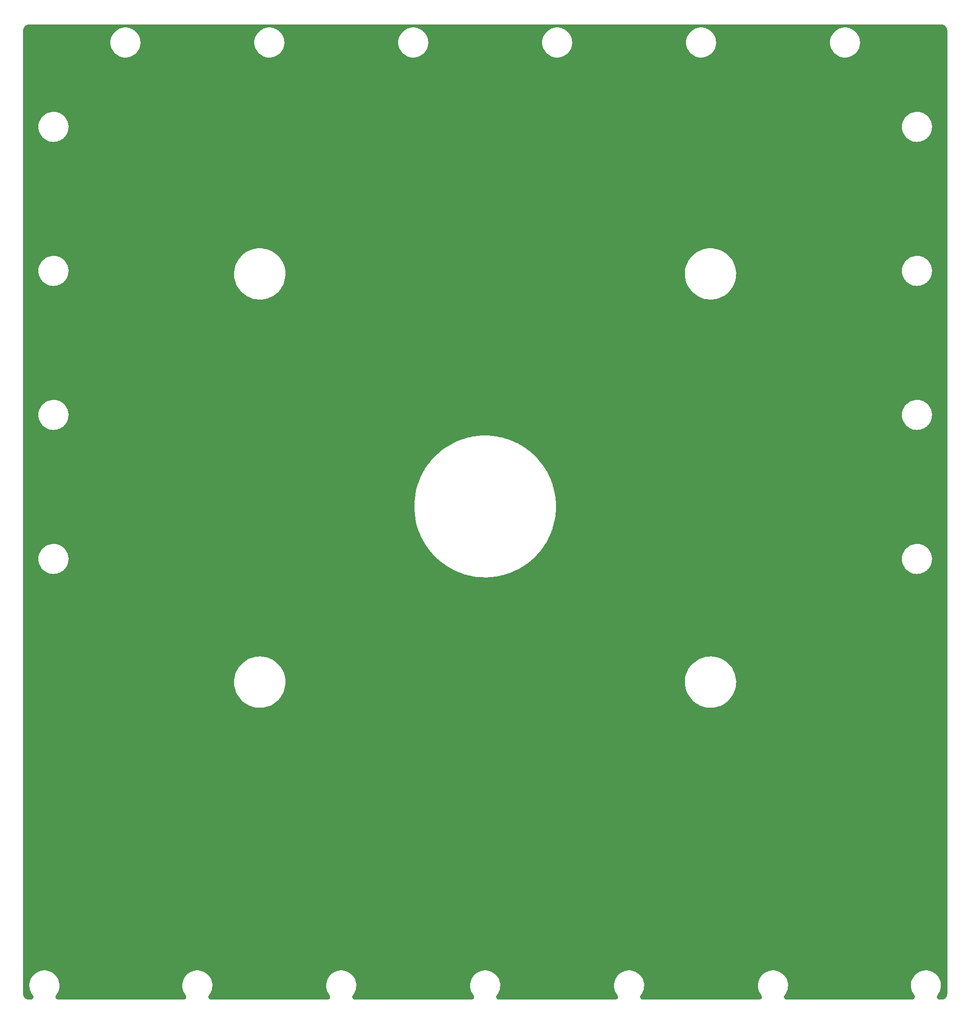
<source format=gbr>
%TF.GenerationSoftware,KiCad,Pcbnew,7.0.9*%
%TF.CreationDate,2024-08-21T19:12:35-06:00*%
%TF.ProjectId,top 40K layer,746f7020-3430-44b2-906c-617965722e6b,rev?*%
%TF.SameCoordinates,Original*%
%TF.FileFunction,Copper,L3,Inr*%
%TF.FilePolarity,Positive*%
%FSLAX46Y46*%
G04 Gerber Fmt 4.6, Leading zero omitted, Abs format (unit mm)*
G04 Created by KiCad (PCBNEW 7.0.9) date 2024-08-21 19:12:35*
%MOMM*%
%LPD*%
G01*
G04 APERTURE LIST*
G04 APERTURE END LIST*
%TA.AperFunction,NonConductor*%
G36*
X162102696Y999264D02*
G01*
X162104789Y999080D01*
X162145445Y995523D01*
X162271760Y983082D01*
X162291699Y979454D01*
X162358330Y961601D01*
X162451563Y933318D01*
X162467971Y927040D01*
X162535367Y895614D01*
X162538393Y894101D01*
X162622327Y849236D01*
X162628667Y845341D01*
X162694828Y799015D01*
X162698600Y796154D01*
X162770808Y736895D01*
X162775320Y732806D01*
X162832806Y675320D01*
X162836895Y670808D01*
X162896154Y598600D01*
X162899015Y594828D01*
X162945341Y528667D01*
X162949236Y522327D01*
X162994101Y438393D01*
X162995614Y435367D01*
X163027040Y367971D01*
X163033318Y351563D01*
X163061601Y258330D01*
X163079454Y191699D01*
X163083082Y171760D01*
X163095523Y45445D01*
X163099264Y2698D01*
X163099500Y-2710D01*
X163099500Y-169977289D01*
X163099264Y-169982697D01*
X163095523Y-170025445D01*
X163083082Y-170151760D01*
X163079454Y-170171699D01*
X163061601Y-170238330D01*
X163033318Y-170331563D01*
X163027040Y-170347971D01*
X162995614Y-170415367D01*
X162994101Y-170418393D01*
X162949236Y-170502327D01*
X162945341Y-170508667D01*
X162899015Y-170574828D01*
X162896154Y-170578600D01*
X162836895Y-170650808D01*
X162832806Y-170655320D01*
X162775320Y-170712806D01*
X162770808Y-170716895D01*
X162698600Y-170776154D01*
X162694828Y-170779015D01*
X162628667Y-170825341D01*
X162622327Y-170829236D01*
X162538393Y-170874101D01*
X162535367Y-170875614D01*
X162467971Y-170907040D01*
X162451563Y-170913318D01*
X162358330Y-170941601D01*
X162291699Y-170959454D01*
X162271760Y-170963082D01*
X162145445Y-170975523D01*
X162105578Y-170979012D01*
X162102696Y-170979264D01*
X162097290Y-170979500D01*
X161775017Y-170979500D01*
X161767249Y-170979012D01*
X161739802Y-170975550D01*
X161655731Y-170963605D01*
X161627593Y-170956157D01*
X161590238Y-170941392D01*
X161587562Y-170940261D01*
X161530610Y-170914589D01*
X161508775Y-170901929D01*
X161472047Y-170875296D01*
X161468226Y-170872290D01*
X161462080Y-170867052D01*
X161423145Y-170833868D01*
X161408149Y-170818670D01*
X161377629Y-170781874D01*
X161373581Y-170776408D01*
X161338761Y-170723564D01*
X161334471Y-170715931D01*
X161324834Y-170695538D01*
X161311595Y-170667522D01*
X161308432Y-170659388D01*
X161289711Y-170598928D01*
X161288058Y-170592328D01*
X161284815Y-170575510D01*
X161281064Y-170556055D01*
X161279008Y-170545389D01*
X161276785Y-170524144D01*
X161275723Y-170464899D01*
X161275827Y-170460061D01*
X161278570Y-170414773D01*
X161282650Y-170389882D01*
X161298988Y-170329538D01*
X161299789Y-170326832D01*
X161312114Y-170288551D01*
X161324219Y-170262098D01*
X161368757Y-170188939D01*
X161383050Y-170166264D01*
X161387646Y-170159905D01*
X161415427Y-170126185D01*
X161415876Y-170125536D01*
X161485341Y-170040983D01*
X161655314Y-169775234D01*
X161792569Y-169491201D01*
X161895169Y-169192895D01*
X161961666Y-168884526D01*
X161991122Y-168570447D01*
X161983120Y-168255091D01*
X161937774Y-167942909D01*
X161855723Y-167638310D01*
X161738126Y-167345591D01*
X161586643Y-167068885D01*
X161495431Y-166941057D01*
X161403415Y-166812101D01*
X161403414Y-166812100D01*
X161403412Y-166812097D01*
X161297813Y-166696131D01*
X161191019Y-166578852D01*
X160952465Y-166372447D01*
X160952466Y-166372447D01*
X160952463Y-166372445D01*
X160691110Y-166195787D01*
X160609367Y-166153695D01*
X160410663Y-166051376D01*
X160410643Y-166051367D01*
X160115049Y-165941239D01*
X160115047Y-165941238D01*
X160115043Y-165941237D01*
X159910654Y-165891705D01*
X159808457Y-165866938D01*
X159808452Y-165866937D01*
X159527371Y-165833365D01*
X159495229Y-165829526D01*
X159179771Y-165829526D01*
X159150619Y-165833007D01*
X158866547Y-165866937D01*
X158866542Y-165866938D01*
X158673615Y-165913692D01*
X158559957Y-165941237D01*
X158559954Y-165941237D01*
X158559950Y-165941239D01*
X158264356Y-166051367D01*
X158264336Y-166051376D01*
X157983888Y-166195788D01*
X157722534Y-166372447D01*
X157483980Y-166578852D01*
X157271585Y-166812100D01*
X157271584Y-166812101D01*
X157088362Y-167068876D01*
X156936871Y-167345596D01*
X156819278Y-167638307D01*
X156819276Y-167638313D01*
X156737228Y-167942901D01*
X156737225Y-167942914D01*
X156691880Y-168255086D01*
X156691879Y-168255102D01*
X156683877Y-168570430D01*
X156683878Y-168570452D01*
X156713333Y-168884520D01*
X156713333Y-168884523D01*
X156779830Y-169192892D01*
X156779832Y-169192898D01*
X156882428Y-169491195D01*
X157019684Y-169775231D01*
X157019686Y-169775234D01*
X157189659Y-170040983D01*
X157259120Y-170125532D01*
X157275825Y-170145866D01*
X157275911Y-170146018D01*
X157287273Y-170159809D01*
X157291872Y-170166173D01*
X157306639Y-170189599D01*
X157350762Y-170262093D01*
X157362872Y-170288561D01*
X157375184Y-170326800D01*
X157376012Y-170329598D01*
X157392332Y-170389875D01*
X157396414Y-170414784D01*
X157399156Y-170460060D01*
X157399260Y-170464921D01*
X157398198Y-170524136D01*
X157395976Y-170545387D01*
X157386926Y-170592328D01*
X157385271Y-170598936D01*
X157366559Y-170659365D01*
X157363386Y-170667525D01*
X157340514Y-170715926D01*
X157336224Y-170723559D01*
X157301407Y-170776397D01*
X157297354Y-170781869D01*
X157266848Y-170818649D01*
X157251839Y-170833860D01*
X157206759Y-170872282D01*
X157202937Y-170875289D01*
X157166215Y-170901917D01*
X157144379Y-170914577D01*
X157087444Y-170940241D01*
X157084756Y-170941377D01*
X157047390Y-170956147D01*
X157019265Y-170963593D01*
X156935934Y-170975442D01*
X156907628Y-170979012D01*
X156899862Y-170979500D01*
X134787517Y-170979500D01*
X134779749Y-170979012D01*
X134752302Y-170975550D01*
X134668231Y-170963605D01*
X134640093Y-170956157D01*
X134602738Y-170941392D01*
X134600062Y-170940261D01*
X134543110Y-170914589D01*
X134521275Y-170901929D01*
X134484547Y-170875296D01*
X134480726Y-170872290D01*
X134474580Y-170867052D01*
X134435645Y-170833868D01*
X134420649Y-170818670D01*
X134390129Y-170781874D01*
X134386081Y-170776408D01*
X134351261Y-170723564D01*
X134346971Y-170715931D01*
X134337334Y-170695538D01*
X134324095Y-170667522D01*
X134320932Y-170659388D01*
X134302211Y-170598928D01*
X134300558Y-170592328D01*
X134297315Y-170575510D01*
X134293564Y-170556055D01*
X134291508Y-170545389D01*
X134289285Y-170524144D01*
X134288223Y-170464899D01*
X134288327Y-170460061D01*
X134291070Y-170414773D01*
X134295150Y-170389882D01*
X134311488Y-170329538D01*
X134312289Y-170326832D01*
X134324614Y-170288551D01*
X134336719Y-170262098D01*
X134381257Y-170188939D01*
X134395550Y-170166264D01*
X134400146Y-170159905D01*
X134427927Y-170126185D01*
X134428376Y-170125536D01*
X134497841Y-170040983D01*
X134667814Y-169775234D01*
X134805069Y-169491201D01*
X134907669Y-169192895D01*
X134974166Y-168884526D01*
X135003622Y-168570447D01*
X134995620Y-168255091D01*
X134950274Y-167942909D01*
X134868223Y-167638310D01*
X134750626Y-167345591D01*
X134599143Y-167068885D01*
X134507931Y-166941057D01*
X134415915Y-166812101D01*
X134415914Y-166812100D01*
X134415912Y-166812097D01*
X134310313Y-166696131D01*
X134203519Y-166578852D01*
X133964965Y-166372447D01*
X133964966Y-166372447D01*
X133964963Y-166372445D01*
X133703610Y-166195787D01*
X133621867Y-166153695D01*
X133423163Y-166051376D01*
X133423143Y-166051367D01*
X133127549Y-165941239D01*
X133127547Y-165941238D01*
X133127543Y-165941237D01*
X132923154Y-165891705D01*
X132820957Y-165866938D01*
X132820952Y-165866937D01*
X132539871Y-165833365D01*
X132507729Y-165829526D01*
X132192271Y-165829526D01*
X132163119Y-165833007D01*
X131879047Y-165866937D01*
X131879042Y-165866938D01*
X131686115Y-165913692D01*
X131572457Y-165941237D01*
X131572454Y-165941237D01*
X131572450Y-165941239D01*
X131276856Y-166051367D01*
X131276836Y-166051376D01*
X130996388Y-166195788D01*
X130735034Y-166372447D01*
X130496480Y-166578852D01*
X130284085Y-166812100D01*
X130284084Y-166812101D01*
X130100862Y-167068876D01*
X129949371Y-167345596D01*
X129831778Y-167638307D01*
X129831776Y-167638313D01*
X129749728Y-167942901D01*
X129749725Y-167942914D01*
X129704380Y-168255086D01*
X129704379Y-168255102D01*
X129696377Y-168570430D01*
X129696378Y-168570452D01*
X129725833Y-168884520D01*
X129725833Y-168884523D01*
X129792330Y-169192892D01*
X129792332Y-169192898D01*
X129894928Y-169491195D01*
X130032184Y-169775231D01*
X130032186Y-169775234D01*
X130202159Y-170040983D01*
X130271620Y-170125532D01*
X130288325Y-170145866D01*
X130288411Y-170146018D01*
X130299773Y-170159809D01*
X130304372Y-170166173D01*
X130319139Y-170189599D01*
X130363262Y-170262093D01*
X130375372Y-170288561D01*
X130387684Y-170326800D01*
X130388512Y-170329598D01*
X130404832Y-170389875D01*
X130408914Y-170414784D01*
X130411656Y-170460060D01*
X130411760Y-170464921D01*
X130410698Y-170524136D01*
X130408476Y-170545387D01*
X130399426Y-170592328D01*
X130397771Y-170598936D01*
X130379059Y-170659365D01*
X130375886Y-170667525D01*
X130353014Y-170715926D01*
X130348724Y-170723559D01*
X130313907Y-170776397D01*
X130309854Y-170781869D01*
X130279348Y-170818649D01*
X130264339Y-170833860D01*
X130219259Y-170872282D01*
X130215437Y-170875289D01*
X130178715Y-170901917D01*
X130156879Y-170914577D01*
X130099944Y-170940241D01*
X130097256Y-170941377D01*
X130059890Y-170956147D01*
X130031765Y-170963593D01*
X129948434Y-170975442D01*
X129920128Y-170979012D01*
X129912362Y-170979500D01*
X109387517Y-170979500D01*
X109379749Y-170979012D01*
X109352302Y-170975550D01*
X109268231Y-170963605D01*
X109240093Y-170956157D01*
X109202738Y-170941392D01*
X109200062Y-170940261D01*
X109143110Y-170914589D01*
X109121275Y-170901929D01*
X109084547Y-170875296D01*
X109080726Y-170872290D01*
X109074580Y-170867052D01*
X109035645Y-170833868D01*
X109020649Y-170818670D01*
X108990129Y-170781874D01*
X108986081Y-170776408D01*
X108951261Y-170723564D01*
X108946971Y-170715931D01*
X108937334Y-170695538D01*
X108924095Y-170667522D01*
X108920932Y-170659388D01*
X108902211Y-170598928D01*
X108900558Y-170592328D01*
X108897315Y-170575510D01*
X108893564Y-170556055D01*
X108891508Y-170545389D01*
X108889285Y-170524144D01*
X108888223Y-170464899D01*
X108888327Y-170460061D01*
X108891070Y-170414773D01*
X108895150Y-170389882D01*
X108911488Y-170329538D01*
X108912289Y-170326832D01*
X108924614Y-170288551D01*
X108936719Y-170262098D01*
X108981257Y-170188939D01*
X108995550Y-170166264D01*
X109000146Y-170159905D01*
X109027927Y-170126185D01*
X109028376Y-170125536D01*
X109097841Y-170040983D01*
X109267814Y-169775234D01*
X109405069Y-169491201D01*
X109507669Y-169192895D01*
X109574166Y-168884526D01*
X109603622Y-168570447D01*
X109595620Y-168255091D01*
X109550274Y-167942909D01*
X109468223Y-167638310D01*
X109350626Y-167345591D01*
X109199143Y-167068885D01*
X109107931Y-166941057D01*
X109015915Y-166812101D01*
X109015914Y-166812100D01*
X109015912Y-166812097D01*
X108910313Y-166696131D01*
X108803519Y-166578852D01*
X108564965Y-166372447D01*
X108564966Y-166372447D01*
X108564963Y-166372445D01*
X108303610Y-166195787D01*
X108221867Y-166153695D01*
X108023163Y-166051376D01*
X108023143Y-166051367D01*
X107727549Y-165941239D01*
X107727547Y-165941238D01*
X107727543Y-165941237D01*
X107523154Y-165891705D01*
X107420957Y-165866938D01*
X107420952Y-165866937D01*
X107139871Y-165833365D01*
X107107729Y-165829526D01*
X106792271Y-165829526D01*
X106763119Y-165833007D01*
X106479047Y-165866937D01*
X106479042Y-165866938D01*
X106286115Y-165913692D01*
X106172457Y-165941237D01*
X106172454Y-165941237D01*
X106172450Y-165941239D01*
X105876856Y-166051367D01*
X105876836Y-166051376D01*
X105596388Y-166195788D01*
X105335034Y-166372447D01*
X105096480Y-166578852D01*
X104884085Y-166812100D01*
X104884084Y-166812101D01*
X104700862Y-167068876D01*
X104549371Y-167345596D01*
X104431778Y-167638307D01*
X104431776Y-167638313D01*
X104349728Y-167942901D01*
X104349725Y-167942914D01*
X104304380Y-168255086D01*
X104304379Y-168255102D01*
X104296377Y-168570430D01*
X104296378Y-168570452D01*
X104325833Y-168884520D01*
X104325833Y-168884523D01*
X104392330Y-169192892D01*
X104392332Y-169192898D01*
X104494928Y-169491195D01*
X104632184Y-169775231D01*
X104632186Y-169775234D01*
X104802159Y-170040983D01*
X104871620Y-170125532D01*
X104888325Y-170145866D01*
X104888411Y-170146018D01*
X104899773Y-170159809D01*
X104904372Y-170166173D01*
X104919139Y-170189599D01*
X104963262Y-170262093D01*
X104975372Y-170288561D01*
X104987684Y-170326800D01*
X104988512Y-170329598D01*
X105004832Y-170389875D01*
X105008914Y-170414784D01*
X105011656Y-170460060D01*
X105011760Y-170464921D01*
X105010698Y-170524136D01*
X105008476Y-170545387D01*
X104999426Y-170592328D01*
X104997771Y-170598936D01*
X104979059Y-170659365D01*
X104975886Y-170667525D01*
X104953014Y-170715926D01*
X104948724Y-170723559D01*
X104913907Y-170776397D01*
X104909854Y-170781869D01*
X104879348Y-170818649D01*
X104864339Y-170833860D01*
X104819259Y-170872282D01*
X104815437Y-170875289D01*
X104778715Y-170901917D01*
X104756879Y-170914577D01*
X104699944Y-170940241D01*
X104697256Y-170941377D01*
X104659890Y-170956147D01*
X104631765Y-170963593D01*
X104548434Y-170975442D01*
X104520128Y-170979012D01*
X104512362Y-170979500D01*
X83987517Y-170979500D01*
X83979749Y-170979012D01*
X83952302Y-170975550D01*
X83868231Y-170963605D01*
X83840093Y-170956157D01*
X83802738Y-170941392D01*
X83800062Y-170940261D01*
X83743110Y-170914589D01*
X83721275Y-170901929D01*
X83684547Y-170875296D01*
X83680726Y-170872290D01*
X83674580Y-170867052D01*
X83635645Y-170833868D01*
X83620649Y-170818670D01*
X83590129Y-170781874D01*
X83586081Y-170776408D01*
X83551261Y-170723564D01*
X83546971Y-170715931D01*
X83537334Y-170695538D01*
X83524095Y-170667522D01*
X83520932Y-170659388D01*
X83502211Y-170598928D01*
X83500558Y-170592328D01*
X83497315Y-170575510D01*
X83493564Y-170556055D01*
X83491508Y-170545389D01*
X83489285Y-170524144D01*
X83488223Y-170464899D01*
X83488327Y-170460061D01*
X83491070Y-170414773D01*
X83495150Y-170389882D01*
X83511488Y-170329538D01*
X83512289Y-170326832D01*
X83524614Y-170288551D01*
X83536719Y-170262098D01*
X83581257Y-170188939D01*
X83595550Y-170166264D01*
X83600146Y-170159905D01*
X83627927Y-170126185D01*
X83628376Y-170125536D01*
X83697841Y-170040983D01*
X83867814Y-169775234D01*
X84005069Y-169491201D01*
X84107669Y-169192895D01*
X84174166Y-168884526D01*
X84203622Y-168570447D01*
X84195620Y-168255091D01*
X84150274Y-167942909D01*
X84068223Y-167638310D01*
X83950626Y-167345591D01*
X83799143Y-167068885D01*
X83707931Y-166941057D01*
X83615915Y-166812101D01*
X83615914Y-166812100D01*
X83615912Y-166812097D01*
X83510313Y-166696131D01*
X83403519Y-166578852D01*
X83164965Y-166372447D01*
X83164966Y-166372447D01*
X83164963Y-166372445D01*
X82903610Y-166195787D01*
X82821867Y-166153695D01*
X82623163Y-166051376D01*
X82623143Y-166051367D01*
X82327549Y-165941239D01*
X82327547Y-165941238D01*
X82327543Y-165941237D01*
X82123154Y-165891705D01*
X82020957Y-165866938D01*
X82020952Y-165866937D01*
X81739871Y-165833365D01*
X81707729Y-165829526D01*
X81392271Y-165829526D01*
X81363119Y-165833007D01*
X81079047Y-165866937D01*
X81079042Y-165866938D01*
X80886115Y-165913692D01*
X80772457Y-165941237D01*
X80772454Y-165941237D01*
X80772450Y-165941239D01*
X80476856Y-166051367D01*
X80476836Y-166051376D01*
X80196388Y-166195788D01*
X79935034Y-166372447D01*
X79696480Y-166578852D01*
X79484085Y-166812100D01*
X79484084Y-166812101D01*
X79300862Y-167068876D01*
X79149371Y-167345596D01*
X79031778Y-167638307D01*
X79031776Y-167638313D01*
X78949728Y-167942901D01*
X78949725Y-167942914D01*
X78904380Y-168255086D01*
X78904379Y-168255102D01*
X78896377Y-168570430D01*
X78896378Y-168570452D01*
X78925833Y-168884520D01*
X78925833Y-168884523D01*
X78992330Y-169192892D01*
X78992332Y-169192898D01*
X79094928Y-169491195D01*
X79232184Y-169775231D01*
X79232186Y-169775234D01*
X79402159Y-170040983D01*
X79471620Y-170125532D01*
X79488325Y-170145866D01*
X79488411Y-170146018D01*
X79499773Y-170159809D01*
X79504372Y-170166173D01*
X79519139Y-170189599D01*
X79563262Y-170262093D01*
X79575372Y-170288561D01*
X79587684Y-170326800D01*
X79588512Y-170329598D01*
X79604832Y-170389875D01*
X79608914Y-170414784D01*
X79611656Y-170460060D01*
X79611760Y-170464921D01*
X79610698Y-170524136D01*
X79608476Y-170545387D01*
X79599426Y-170592328D01*
X79597771Y-170598936D01*
X79579059Y-170659365D01*
X79575886Y-170667525D01*
X79553014Y-170715926D01*
X79548724Y-170723559D01*
X79513907Y-170776397D01*
X79509854Y-170781869D01*
X79479348Y-170818649D01*
X79464339Y-170833860D01*
X79419259Y-170872282D01*
X79415437Y-170875289D01*
X79378715Y-170901917D01*
X79356879Y-170914577D01*
X79299944Y-170940241D01*
X79297256Y-170941377D01*
X79259890Y-170956147D01*
X79231765Y-170963593D01*
X79148434Y-170975442D01*
X79120128Y-170979012D01*
X79112362Y-170979500D01*
X58587517Y-170979500D01*
X58579749Y-170979012D01*
X58552302Y-170975550D01*
X58468231Y-170963605D01*
X58440093Y-170956157D01*
X58402738Y-170941392D01*
X58400062Y-170940261D01*
X58343110Y-170914589D01*
X58321275Y-170901929D01*
X58284547Y-170875296D01*
X58280726Y-170872290D01*
X58274580Y-170867052D01*
X58235645Y-170833868D01*
X58220649Y-170818670D01*
X58190129Y-170781874D01*
X58186081Y-170776408D01*
X58151261Y-170723564D01*
X58146971Y-170715931D01*
X58137334Y-170695538D01*
X58124095Y-170667522D01*
X58120932Y-170659388D01*
X58102211Y-170598928D01*
X58100558Y-170592328D01*
X58097315Y-170575510D01*
X58093564Y-170556055D01*
X58091508Y-170545389D01*
X58089285Y-170524144D01*
X58088223Y-170464899D01*
X58088327Y-170460061D01*
X58091070Y-170414773D01*
X58095150Y-170389882D01*
X58111488Y-170329538D01*
X58112289Y-170326832D01*
X58124614Y-170288551D01*
X58136719Y-170262098D01*
X58181257Y-170188939D01*
X58195550Y-170166264D01*
X58200146Y-170159905D01*
X58227927Y-170126185D01*
X58228376Y-170125536D01*
X58297841Y-170040983D01*
X58467814Y-169775234D01*
X58605069Y-169491201D01*
X58707669Y-169192895D01*
X58774166Y-168884526D01*
X58803622Y-168570447D01*
X58795620Y-168255091D01*
X58750274Y-167942909D01*
X58668223Y-167638310D01*
X58550626Y-167345591D01*
X58399143Y-167068885D01*
X58307931Y-166941057D01*
X58215915Y-166812101D01*
X58215914Y-166812100D01*
X58215912Y-166812097D01*
X58110313Y-166696131D01*
X58003519Y-166578852D01*
X57764965Y-166372447D01*
X57764966Y-166372447D01*
X57764963Y-166372445D01*
X57503610Y-166195787D01*
X57421867Y-166153695D01*
X57223163Y-166051376D01*
X57223143Y-166051367D01*
X56927549Y-165941239D01*
X56927547Y-165941238D01*
X56927543Y-165941237D01*
X56723154Y-165891705D01*
X56620957Y-165866938D01*
X56620952Y-165866937D01*
X56339871Y-165833365D01*
X56307729Y-165829526D01*
X55992271Y-165829526D01*
X55963119Y-165833007D01*
X55679047Y-165866937D01*
X55679042Y-165866938D01*
X55486115Y-165913692D01*
X55372457Y-165941237D01*
X55372454Y-165941237D01*
X55372450Y-165941239D01*
X55076856Y-166051367D01*
X55076836Y-166051376D01*
X54796388Y-166195788D01*
X54535034Y-166372447D01*
X54296480Y-166578852D01*
X54084085Y-166812100D01*
X54084084Y-166812101D01*
X53900862Y-167068876D01*
X53749371Y-167345596D01*
X53631778Y-167638307D01*
X53631776Y-167638313D01*
X53549728Y-167942901D01*
X53549725Y-167942914D01*
X53504380Y-168255086D01*
X53504379Y-168255102D01*
X53496377Y-168570430D01*
X53496378Y-168570452D01*
X53525833Y-168884520D01*
X53525833Y-168884523D01*
X53592330Y-169192892D01*
X53592332Y-169192898D01*
X53694928Y-169491195D01*
X53832184Y-169775231D01*
X53832186Y-169775234D01*
X54002159Y-170040983D01*
X54071620Y-170125532D01*
X54088325Y-170145866D01*
X54088411Y-170146018D01*
X54099773Y-170159809D01*
X54104372Y-170166173D01*
X54119139Y-170189599D01*
X54163262Y-170262093D01*
X54175372Y-170288561D01*
X54187684Y-170326800D01*
X54188512Y-170329598D01*
X54204832Y-170389875D01*
X54208914Y-170414784D01*
X54211656Y-170460060D01*
X54211760Y-170464921D01*
X54210698Y-170524136D01*
X54208476Y-170545387D01*
X54199426Y-170592328D01*
X54197771Y-170598936D01*
X54179059Y-170659365D01*
X54175886Y-170667525D01*
X54153014Y-170715926D01*
X54148724Y-170723559D01*
X54113907Y-170776397D01*
X54109854Y-170781869D01*
X54079348Y-170818649D01*
X54064339Y-170833860D01*
X54019259Y-170872282D01*
X54015437Y-170875289D01*
X53978715Y-170901917D01*
X53956879Y-170914577D01*
X53899944Y-170940241D01*
X53897256Y-170941377D01*
X53859890Y-170956147D01*
X53831765Y-170963593D01*
X53748434Y-170975442D01*
X53720128Y-170979012D01*
X53712362Y-170979500D01*
X33187517Y-170979500D01*
X33179749Y-170979012D01*
X33152302Y-170975550D01*
X33068231Y-170963605D01*
X33040093Y-170956157D01*
X33002738Y-170941392D01*
X33000062Y-170940261D01*
X32943110Y-170914589D01*
X32921275Y-170901929D01*
X32884547Y-170875296D01*
X32880726Y-170872290D01*
X32874580Y-170867052D01*
X32835645Y-170833868D01*
X32820649Y-170818670D01*
X32790129Y-170781874D01*
X32786081Y-170776408D01*
X32751261Y-170723564D01*
X32746971Y-170715931D01*
X32737334Y-170695538D01*
X32724095Y-170667522D01*
X32720932Y-170659388D01*
X32702211Y-170598928D01*
X32700558Y-170592328D01*
X32697315Y-170575510D01*
X32693564Y-170556055D01*
X32691508Y-170545389D01*
X32689285Y-170524144D01*
X32688223Y-170464899D01*
X32688327Y-170460061D01*
X32691070Y-170414773D01*
X32695150Y-170389882D01*
X32711488Y-170329538D01*
X32712289Y-170326832D01*
X32724614Y-170288551D01*
X32736719Y-170262098D01*
X32781257Y-170188939D01*
X32795550Y-170166264D01*
X32800146Y-170159905D01*
X32827927Y-170126185D01*
X32828376Y-170125536D01*
X32897841Y-170040983D01*
X33067814Y-169775234D01*
X33205069Y-169491201D01*
X33307669Y-169192895D01*
X33374166Y-168884526D01*
X33403622Y-168570447D01*
X33395620Y-168255091D01*
X33350274Y-167942909D01*
X33268223Y-167638310D01*
X33150626Y-167345591D01*
X32999143Y-167068885D01*
X32907931Y-166941057D01*
X32815915Y-166812101D01*
X32815914Y-166812100D01*
X32815912Y-166812097D01*
X32710313Y-166696131D01*
X32603519Y-166578852D01*
X32364965Y-166372447D01*
X32364966Y-166372447D01*
X32364963Y-166372445D01*
X32103610Y-166195787D01*
X32021867Y-166153695D01*
X31823163Y-166051376D01*
X31823143Y-166051367D01*
X31527549Y-165941239D01*
X31527547Y-165941238D01*
X31527543Y-165941237D01*
X31323154Y-165891705D01*
X31220957Y-165866938D01*
X31220952Y-165866937D01*
X30939871Y-165833365D01*
X30907729Y-165829526D01*
X30592271Y-165829526D01*
X30563119Y-165833007D01*
X30279047Y-165866937D01*
X30279042Y-165866938D01*
X30086115Y-165913692D01*
X29972457Y-165941237D01*
X29972454Y-165941237D01*
X29972450Y-165941239D01*
X29676856Y-166051367D01*
X29676836Y-166051376D01*
X29396388Y-166195788D01*
X29135034Y-166372447D01*
X28896480Y-166578852D01*
X28684085Y-166812100D01*
X28684084Y-166812101D01*
X28500862Y-167068876D01*
X28349371Y-167345596D01*
X28231778Y-167638307D01*
X28231776Y-167638313D01*
X28149728Y-167942901D01*
X28149725Y-167942914D01*
X28104380Y-168255086D01*
X28104379Y-168255102D01*
X28096377Y-168570430D01*
X28096378Y-168570452D01*
X28125833Y-168884520D01*
X28125833Y-168884523D01*
X28192330Y-169192892D01*
X28192332Y-169192898D01*
X28294928Y-169491195D01*
X28432184Y-169775231D01*
X28432186Y-169775234D01*
X28602159Y-170040983D01*
X28671620Y-170125532D01*
X28688325Y-170145866D01*
X28688411Y-170146018D01*
X28699773Y-170159809D01*
X28704372Y-170166173D01*
X28719139Y-170189599D01*
X28763262Y-170262093D01*
X28775372Y-170288561D01*
X28787684Y-170326800D01*
X28788512Y-170329598D01*
X28804832Y-170389875D01*
X28808914Y-170414784D01*
X28811656Y-170460060D01*
X28811760Y-170464921D01*
X28810698Y-170524136D01*
X28808476Y-170545387D01*
X28799426Y-170592328D01*
X28797771Y-170598936D01*
X28779059Y-170659365D01*
X28775886Y-170667525D01*
X28753014Y-170715926D01*
X28748724Y-170723559D01*
X28713907Y-170776397D01*
X28709854Y-170781869D01*
X28679348Y-170818649D01*
X28664339Y-170833860D01*
X28619259Y-170872282D01*
X28615437Y-170875289D01*
X28578715Y-170901917D01*
X28556879Y-170914577D01*
X28499944Y-170940241D01*
X28497256Y-170941377D01*
X28459890Y-170956147D01*
X28431765Y-170963593D01*
X28348434Y-170975442D01*
X28320128Y-170979012D01*
X28312362Y-170979500D01*
X6200017Y-170979500D01*
X6192249Y-170979012D01*
X6164802Y-170975550D01*
X6080731Y-170963605D01*
X6052593Y-170956157D01*
X6015238Y-170941392D01*
X6012562Y-170940261D01*
X5955610Y-170914589D01*
X5933775Y-170901929D01*
X5897047Y-170875296D01*
X5893226Y-170872290D01*
X5887080Y-170867052D01*
X5848145Y-170833868D01*
X5833149Y-170818670D01*
X5802629Y-170781874D01*
X5798581Y-170776408D01*
X5763761Y-170723564D01*
X5759471Y-170715931D01*
X5749834Y-170695538D01*
X5736595Y-170667522D01*
X5733432Y-170659388D01*
X5714711Y-170598928D01*
X5713058Y-170592328D01*
X5709815Y-170575510D01*
X5706064Y-170556055D01*
X5704008Y-170545389D01*
X5701785Y-170524144D01*
X5700723Y-170464899D01*
X5700827Y-170460061D01*
X5703570Y-170414773D01*
X5707650Y-170389882D01*
X5723988Y-170329538D01*
X5724789Y-170326832D01*
X5737114Y-170288551D01*
X5749219Y-170262098D01*
X5793757Y-170188939D01*
X5808050Y-170166264D01*
X5812646Y-170159905D01*
X5840427Y-170126185D01*
X5840876Y-170125536D01*
X5910341Y-170040983D01*
X6080314Y-169775234D01*
X6217569Y-169491201D01*
X6320169Y-169192895D01*
X6386666Y-168884526D01*
X6416122Y-168570447D01*
X6408120Y-168255091D01*
X6362774Y-167942909D01*
X6280723Y-167638310D01*
X6163126Y-167345591D01*
X6011643Y-167068885D01*
X5920431Y-166941057D01*
X5828415Y-166812101D01*
X5828414Y-166812100D01*
X5828412Y-166812097D01*
X5722813Y-166696131D01*
X5616019Y-166578852D01*
X5377465Y-166372447D01*
X5377466Y-166372447D01*
X5377463Y-166372445D01*
X5116110Y-166195787D01*
X5034367Y-166153695D01*
X4835663Y-166051376D01*
X4835643Y-166051367D01*
X4540049Y-165941239D01*
X4540047Y-165941238D01*
X4540043Y-165941237D01*
X4335654Y-165891705D01*
X4233457Y-165866938D01*
X4233452Y-165866937D01*
X3952371Y-165833365D01*
X3920229Y-165829526D01*
X3604771Y-165829526D01*
X3575619Y-165833007D01*
X3291547Y-165866937D01*
X3291542Y-165866938D01*
X3098615Y-165913692D01*
X2984957Y-165941237D01*
X2984954Y-165941237D01*
X2984950Y-165941239D01*
X2689356Y-166051367D01*
X2689336Y-166051376D01*
X2408888Y-166195788D01*
X2147534Y-166372447D01*
X1908980Y-166578852D01*
X1696585Y-166812100D01*
X1696584Y-166812101D01*
X1513362Y-167068876D01*
X1361871Y-167345596D01*
X1244278Y-167638307D01*
X1244276Y-167638313D01*
X1162228Y-167942901D01*
X1162225Y-167942914D01*
X1116880Y-168255086D01*
X1116879Y-168255102D01*
X1108877Y-168570430D01*
X1108878Y-168570452D01*
X1138333Y-168884520D01*
X1138333Y-168884523D01*
X1204830Y-169192892D01*
X1204832Y-169192898D01*
X1307428Y-169491195D01*
X1444684Y-169775231D01*
X1444686Y-169775234D01*
X1614659Y-170040983D01*
X1684120Y-170125532D01*
X1700825Y-170145866D01*
X1700912Y-170146019D01*
X1712279Y-170159816D01*
X1716879Y-170166182D01*
X1731616Y-170189561D01*
X1775761Y-170262095D01*
X1787870Y-170288560D01*
X1800177Y-170326783D01*
X1801005Y-170329581D01*
X1817332Y-170389882D01*
X1821414Y-170414796D01*
X1824154Y-170460058D01*
X1824258Y-170464918D01*
X1823196Y-170524139D01*
X1820974Y-170545392D01*
X1811924Y-170592330D01*
X1810269Y-170598938D01*
X1791557Y-170659368D01*
X1788384Y-170667529D01*
X1765509Y-170715934D01*
X1761220Y-170723566D01*
X1726407Y-170776402D01*
X1722354Y-170781874D01*
X1691847Y-170818656D01*
X1676838Y-170833868D01*
X1631761Y-170872287D01*
X1627939Y-170875294D01*
X1591214Y-170901926D01*
X1569379Y-170914586D01*
X1512455Y-170940247D01*
X1509767Y-170941383D01*
X1472401Y-170956153D01*
X1444264Y-170963602D01*
X1360200Y-170975549D01*
X1332748Y-170979012D01*
X1324981Y-170979500D01*
X1002710Y-170979500D01*
X997303Y-170979264D01*
X994422Y-170979012D01*
X954554Y-170975523D01*
X828238Y-170963082D01*
X808299Y-170959454D01*
X741669Y-170941601D01*
X648435Y-170913319D01*
X632027Y-170907040D01*
X583433Y-170884381D01*
X564618Y-170875607D01*
X561605Y-170874101D01*
X477671Y-170829236D01*
X471331Y-170825341D01*
X405170Y-170779015D01*
X401398Y-170776154D01*
X329190Y-170716895D01*
X324688Y-170712815D01*
X267182Y-170655309D01*
X263103Y-170650808D01*
X203844Y-170578600D01*
X200983Y-170574828D01*
X154657Y-170508667D01*
X150762Y-170502327D01*
X125982Y-170455969D01*
X105888Y-170418375D01*
X104406Y-170415411D01*
X72958Y-170347971D01*
X66682Y-170331570D01*
X38398Y-170238330D01*
X20541Y-170171685D01*
X16918Y-170151771D01*
X4482Y-170025519D01*
X735Y-169982695D01*
X500Y-169977293D01*
X500Y-115091074D01*
X37251770Y-115091074D01*
X37281577Y-115514156D01*
X37350874Y-115932613D01*
X37459045Y-116342717D01*
X37459047Y-116342724D01*
X37605150Y-116740906D01*
X37605152Y-116740911D01*
X37768843Y-117083751D01*
X37787900Y-117123664D01*
X37787903Y-117123670D01*
X38005686Y-117487625D01*
X38005690Y-117487631D01*
X38256600Y-117829594D01*
X38538432Y-118146563D01*
X38848707Y-118435748D01*
X38848716Y-118435756D01*
X39184688Y-118694601D01*
X39184695Y-118694606D01*
X39184698Y-118694608D01*
X39543453Y-118920868D01*
X39921819Y-119112539D01*
X40304534Y-119263236D01*
X40316476Y-119267939D01*
X40448644Y-119306135D01*
X40723941Y-119385697D01*
X40723945Y-119385697D01*
X40723945Y-119385698D01*
X41140641Y-119464782D01*
X41140642Y-119464782D01*
X41140647Y-119464783D01*
X41562928Y-119504500D01*
X41562930Y-119504500D01*
X41880981Y-119504500D01*
X41907737Y-119503244D01*
X42198678Y-119489592D01*
X42475865Y-119450341D01*
X42618621Y-119430127D01*
X42618624Y-119430126D01*
X42618633Y-119430125D01*
X43031175Y-119331594D01*
X43218103Y-119267937D01*
X43432666Y-119194869D01*
X43432669Y-119194867D01*
X43432677Y-119194865D01*
X43819611Y-119021140D01*
X44188577Y-118811944D01*
X44536332Y-118569118D01*
X44859821Y-118294794D01*
X45156200Y-117991383D01*
X45422865Y-117661553D01*
X45657473Y-117308200D01*
X45857961Y-116934431D01*
X46022568Y-116543531D01*
X46149848Y-116138934D01*
X46238681Y-115724196D01*
X46288287Y-115302963D01*
X46293256Y-115091074D01*
X116801770Y-115091074D01*
X116831577Y-115514156D01*
X116900874Y-115932613D01*
X117009045Y-116342717D01*
X117009047Y-116342724D01*
X117155150Y-116740906D01*
X117155152Y-116740911D01*
X117318843Y-117083751D01*
X117337900Y-117123664D01*
X117337903Y-117123670D01*
X117555686Y-117487625D01*
X117555690Y-117487631D01*
X117806600Y-117829594D01*
X118088432Y-118146563D01*
X118398707Y-118435748D01*
X118398716Y-118435756D01*
X118734688Y-118694601D01*
X118734695Y-118694606D01*
X118734698Y-118694608D01*
X119093453Y-118920868D01*
X119471819Y-119112539D01*
X119854534Y-119263236D01*
X119866476Y-119267939D01*
X119998644Y-119306135D01*
X120273941Y-119385697D01*
X120273945Y-119385697D01*
X120273945Y-119385698D01*
X120690641Y-119464782D01*
X120690642Y-119464782D01*
X120690647Y-119464783D01*
X121112928Y-119504500D01*
X121112930Y-119504500D01*
X121430981Y-119504500D01*
X121457737Y-119503244D01*
X121748678Y-119489592D01*
X122025865Y-119450341D01*
X122168621Y-119430127D01*
X122168624Y-119430126D01*
X122168633Y-119430125D01*
X122581175Y-119331594D01*
X122768103Y-119267937D01*
X122982666Y-119194869D01*
X122982669Y-119194867D01*
X122982677Y-119194865D01*
X123369611Y-119021140D01*
X123738577Y-118811944D01*
X124086332Y-118569118D01*
X124409821Y-118294794D01*
X124706200Y-117991383D01*
X124972865Y-117661553D01*
X125207473Y-117308200D01*
X125407961Y-116934431D01*
X125572568Y-116543531D01*
X125699848Y-116138934D01*
X125788681Y-115724196D01*
X125838287Y-115302963D01*
X125848230Y-114878935D01*
X125818422Y-114455839D01*
X125749127Y-114037393D01*
X125640952Y-113627275D01*
X125494848Y-113229089D01*
X125312099Y-112846334D01*
X125201678Y-112661800D01*
X125094313Y-112482374D01*
X125094309Y-112482368D01*
X124843399Y-112140405D01*
X124699550Y-111978622D01*
X124561568Y-111823437D01*
X124251293Y-111534252D01*
X124251291Y-111534250D01*
X124251283Y-111534243D01*
X123915311Y-111275398D01*
X123915304Y-111275393D01*
X123556542Y-111049129D01*
X123358602Y-110948858D01*
X123178181Y-110857461D01*
X123027482Y-110798121D01*
X122783523Y-110702060D01*
X122482032Y-110614929D01*
X122376059Y-110584303D01*
X122376054Y-110584302D01*
X122376054Y-110584301D01*
X121959358Y-110505217D01*
X121657723Y-110476847D01*
X121537072Y-110465500D01*
X121219022Y-110465500D01*
X121219019Y-110465500D01*
X121147413Y-110468860D01*
X120901322Y-110480408D01*
X120901316Y-110480408D01*
X120901311Y-110480409D01*
X120481378Y-110539872D01*
X120068815Y-110638408D01*
X120068807Y-110638411D01*
X119667333Y-110775130D01*
X119667316Y-110775137D01*
X119280391Y-110948858D01*
X119280387Y-110948860D01*
X118911423Y-111158055D01*
X118911415Y-111158060D01*
X118563671Y-111400878D01*
X118240174Y-111675210D01*
X117943798Y-111978618D01*
X117943794Y-111978622D01*
X117677145Y-112308434D01*
X117677128Y-112308456D01*
X117442527Y-112661798D01*
X117242035Y-113035575D01*
X117242035Y-113035576D01*
X117077431Y-113426470D01*
X117077429Y-113426476D01*
X116950152Y-113831062D01*
X116861318Y-114245806D01*
X116811712Y-114667037D01*
X116811712Y-114667039D01*
X116801770Y-115091065D01*
X116801770Y-115091074D01*
X46293256Y-115091074D01*
X46298230Y-114878935D01*
X46268422Y-114455839D01*
X46199127Y-114037393D01*
X46090952Y-113627275D01*
X45944848Y-113229089D01*
X45762099Y-112846334D01*
X45651678Y-112661800D01*
X45544313Y-112482374D01*
X45544309Y-112482368D01*
X45293399Y-112140405D01*
X45149550Y-111978622D01*
X45011568Y-111823437D01*
X44701293Y-111534252D01*
X44701291Y-111534250D01*
X44701283Y-111534243D01*
X44365311Y-111275398D01*
X44365304Y-111275393D01*
X44006542Y-111049129D01*
X43808602Y-110948858D01*
X43628181Y-110857461D01*
X43477482Y-110798121D01*
X43233523Y-110702060D01*
X42932032Y-110614929D01*
X42826059Y-110584303D01*
X42826054Y-110584302D01*
X42826054Y-110584301D01*
X42409358Y-110505217D01*
X42107723Y-110476847D01*
X41987072Y-110465500D01*
X41669022Y-110465500D01*
X41669019Y-110465500D01*
X41597413Y-110468860D01*
X41351322Y-110480408D01*
X41351316Y-110480408D01*
X41351311Y-110480409D01*
X40931378Y-110539872D01*
X40518815Y-110638408D01*
X40518807Y-110638411D01*
X40117333Y-110775130D01*
X40117316Y-110775137D01*
X39730391Y-110948858D01*
X39730387Y-110948860D01*
X39361423Y-111158055D01*
X39361415Y-111158060D01*
X39013671Y-111400878D01*
X38690174Y-111675210D01*
X38393798Y-111978618D01*
X38393794Y-111978622D01*
X38127145Y-112308434D01*
X38127128Y-112308456D01*
X37892527Y-112661798D01*
X37692035Y-113035575D01*
X37692035Y-113035576D01*
X37527431Y-113426470D01*
X37527429Y-113426476D01*
X37400152Y-113831062D01*
X37311318Y-114245806D01*
X37261712Y-114667037D01*
X37261712Y-114667039D01*
X37251770Y-115091065D01*
X37251770Y-115091074D01*
X500Y-115091074D01*
X500Y-93250000D01*
X2694655Y-93250000D01*
X2714014Y-93570060D01*
X2714015Y-93570063D01*
X2714015Y-93570066D01*
X2771814Y-93885466D01*
X2771815Y-93885470D01*
X2771816Y-93885474D01*
X2867202Y-94191580D01*
X2867208Y-94191595D01*
X2867209Y-94191598D01*
X2870509Y-94198930D01*
X2998806Y-94483995D01*
X2998807Y-94483996D01*
X2998809Y-94484000D01*
X3164694Y-94758408D01*
X3218813Y-94827486D01*
X3362448Y-95010822D01*
X3589177Y-95237551D01*
X3589181Y-95237554D01*
X3841592Y-95435306D01*
X4116000Y-95601191D01*
X4408402Y-95732791D01*
X4408412Y-95732794D01*
X4408419Y-95732797D01*
X4463493Y-95749958D01*
X4465837Y-95750823D01*
X4468418Y-95751732D01*
X4468423Y-95751734D01*
X4477263Y-95754249D01*
X4714534Y-95828186D01*
X4775081Y-95839281D01*
X4780868Y-95840632D01*
X4782539Y-95841108D01*
X4798908Y-95843648D01*
X5029934Y-95885985D01*
X5095380Y-95889943D01*
X5101126Y-95890561D01*
X5105257Y-95891203D01*
X5127554Y-95891889D01*
X5350000Y-95905345D01*
X5419506Y-95901140D01*
X5425134Y-95901058D01*
X5431684Y-95901260D01*
X5458262Y-95898796D01*
X5670066Y-95885985D01*
X5742587Y-95872695D01*
X5748017Y-95871947D01*
X5756874Y-95871127D01*
X5786244Y-95864694D01*
X5985466Y-95828186D01*
X6059843Y-95805009D01*
X6064958Y-95803655D01*
X6075896Y-95801260D01*
X6106606Y-95790437D01*
X6291598Y-95732791D01*
X6366452Y-95699101D01*
X6371249Y-95697180D01*
X6383914Y-95692718D01*
X6414707Y-95677383D01*
X6577228Y-95604239D01*
X6583994Y-95601194D01*
X6583995Y-95601193D01*
X6584000Y-95601191D01*
X6657896Y-95556519D01*
X6662276Y-95554110D01*
X6676259Y-95547148D01*
X6706015Y-95527430D01*
X6858408Y-95435306D01*
X6929783Y-95379386D01*
X6933714Y-95376551D01*
X6948499Y-95366755D01*
X6976207Y-95343015D01*
X7110819Y-95237554D01*
X7178027Y-95170345D01*
X7181491Y-95167139D01*
X7196508Y-95154274D01*
X7220422Y-95128041D01*
X7222350Y-95126022D01*
X7337554Y-95010819D01*
X7398937Y-94932468D01*
X7401851Y-94929022D01*
X7416525Y-94912927D01*
X7437008Y-94883991D01*
X7438766Y-94881631D01*
X7535306Y-94758408D01*
X7589141Y-94669352D01*
X7591542Y-94665687D01*
X7605216Y-94646371D01*
X7621853Y-94615388D01*
X7623334Y-94612789D01*
X7701191Y-94484000D01*
X7745804Y-94384874D01*
X7747669Y-94381087D01*
X7759720Y-94358647D01*
X7772197Y-94326440D01*
X7773437Y-94323474D01*
X7832791Y-94191598D01*
X7866529Y-94083327D01*
X7867901Y-94079401D01*
X7877696Y-94054118D01*
X7885928Y-94021386D01*
X7886832Y-94018173D01*
X7928186Y-93885466D01*
X7928443Y-93884067D01*
X7931724Y-93866155D01*
X7949505Y-93769129D01*
X7950337Y-93765294D01*
X7957354Y-93737399D01*
X7961376Y-93704910D01*
X7961914Y-93701415D01*
X7985985Y-93570066D01*
X7993424Y-93447077D01*
X7993773Y-93443279D01*
X7997487Y-93413291D01*
X7998155Y-93369871D01*
X7998257Y-93367165D01*
X8005345Y-93250000D01*
X7998258Y-93132838D01*
X7998155Y-93130124D01*
X7997487Y-93086709D01*
X7993774Y-93056725D01*
X7993424Y-93052919D01*
X7985985Y-92929934D01*
X7961914Y-92798582D01*
X7961375Y-92795079D01*
X7957354Y-92762601D01*
X7950345Y-92734734D01*
X7949502Y-92730853D01*
X7932263Y-92636785D01*
X7928187Y-92614538D01*
X7921114Y-92591839D01*
X7886840Y-92481850D01*
X7885918Y-92478574D01*
X7877696Y-92445882D01*
X7867892Y-92420576D01*
X7866531Y-92416679D01*
X7832791Y-92308402D01*
X7773457Y-92176569D01*
X7772187Y-92173533D01*
X7767969Y-92162647D01*
X7759720Y-92141353D01*
X7747693Y-92118956D01*
X7745785Y-92115084D01*
X7701191Y-92016000D01*
X7623362Y-91887256D01*
X7621839Y-91884585D01*
X7605216Y-91853629D01*
X7591560Y-91834339D01*
X7589119Y-91830610D01*
X7535312Y-91741601D01*
X7535307Y-91741594D01*
X7535306Y-91741592D01*
X7438787Y-91618395D01*
X7436991Y-91615984D01*
X7416527Y-91587076D01*
X7416525Y-91587073D01*
X7401870Y-91570998D01*
X7398902Y-91567486D01*
X7337554Y-91489181D01*
X7337550Y-91489177D01*
X7222347Y-91373974D01*
X7220403Y-91371938D01*
X7196508Y-91345726D01*
X7181498Y-91332866D01*
X7177998Y-91329625D01*
X7110818Y-91262445D01*
X6976209Y-91156985D01*
X6948495Y-91133242D01*
X6933743Y-91123466D01*
X6929752Y-91120588D01*
X6858414Y-91064698D01*
X6858406Y-91064692D01*
X6706021Y-90972573D01*
X6676261Y-90952853D01*
X6676262Y-90952853D01*
X6662298Y-90945900D01*
X6657873Y-90943466D01*
X6592561Y-90903984D01*
X6584004Y-90898811D01*
X6583987Y-90898803D01*
X6414728Y-90822625D01*
X6383909Y-90807279D01*
X6371269Y-90802825D01*
X6366431Y-90800888D01*
X6291597Y-90767208D01*
X6291579Y-90767202D01*
X6106633Y-90709571D01*
X6075902Y-90698742D01*
X6075901Y-90698741D01*
X6075896Y-90698740D01*
X6068897Y-90697207D01*
X6064971Y-90696347D01*
X6059793Y-90694975D01*
X5985474Y-90671816D01*
X5985470Y-90671815D01*
X5985466Y-90671814D01*
X5850310Y-90647045D01*
X5786249Y-90635306D01*
X5756884Y-90628874D01*
X5756868Y-90628872D01*
X5748025Y-90628052D01*
X5742571Y-90627301D01*
X5686176Y-90616967D01*
X5670066Y-90614015D01*
X5670063Y-90614014D01*
X5670065Y-90614014D01*
X5458285Y-90601204D01*
X5442666Y-90599757D01*
X5431684Y-90598740D01*
X5431678Y-90598740D01*
X5431677Y-90598740D01*
X5431666Y-90598739D01*
X5425123Y-90598940D01*
X5419480Y-90598856D01*
X5350000Y-90594655D01*
X5127561Y-90608108D01*
X5107913Y-90608715D01*
X5105257Y-90608797D01*
X5105245Y-90608798D01*
X5105243Y-90608799D01*
X5101136Y-90609436D01*
X5095376Y-90610056D01*
X5029930Y-90614015D01*
X4798938Y-90656346D01*
X4782551Y-90658889D01*
X4782503Y-90658900D01*
X4780817Y-90659379D01*
X4775063Y-90660720D01*
X4714530Y-90671814D01*
X4477272Y-90745747D01*
X4468419Y-90748267D01*
X4465602Y-90749258D01*
X4462960Y-90750206D01*
X4408406Y-90767207D01*
X4116004Y-90898806D01*
X4116001Y-90898808D01*
X4116000Y-90898809D01*
X4058640Y-90933484D01*
X3841594Y-91064692D01*
X3589177Y-91262448D01*
X3362448Y-91489177D01*
X3164692Y-91741594D01*
X2998808Y-92016002D01*
X2998806Y-92016004D01*
X2867208Y-92308404D01*
X2867202Y-92308419D01*
X2771816Y-92614525D01*
X2771814Y-92614531D01*
X2771814Y-92614534D01*
X2758860Y-92685221D01*
X2714014Y-92929939D01*
X2694655Y-93250000D01*
X500Y-93250000D01*
X500Y-84000000D01*
X69044581Y-84000000D01*
X69064254Y-84701184D01*
X69123212Y-85400163D01*
X69221270Y-86094736D01*
X69358118Y-86782718D01*
X69533326Y-87461944D01*
X69746343Y-88130278D01*
X69845592Y-88390282D01*
X69996494Y-88785606D01*
X69996495Y-88785607D01*
X70283008Y-89425902D01*
X70432525Y-89715319D01*
X70604964Y-90049107D01*
X70959501Y-90650135D01*
X70961360Y-90653285D01*
X70961360Y-90653286D01*
X71351070Y-91236527D01*
X71772873Y-91797005D01*
X72206459Y-92310474D01*
X72225433Y-92332944D01*
X72225433Y-92332945D01*
X72707333Y-92842667D01*
X73217055Y-93324567D01*
X73217056Y-93324567D01*
X73217057Y-93324568D01*
X73752995Y-93777127D01*
X74313473Y-94198930D01*
X74896714Y-94588640D01*
X74896715Y-94588640D01*
X74896716Y-94588641D01*
X75500893Y-94945036D01*
X75500895Y-94945037D01*
X75500902Y-94945041D01*
X76124098Y-95266992D01*
X76500244Y-95435306D01*
X76764383Y-95553501D01*
X76885021Y-95599550D01*
X76887586Y-95600599D01*
X76888360Y-95600936D01*
X76897285Y-95604232D01*
X77419722Y-95803657D01*
X77419725Y-95803658D01*
X77546410Y-95844036D01*
X77549063Y-95844948D01*
X77552147Y-95846087D01*
X77552149Y-95846088D01*
X77569972Y-95851546D01*
X78088056Y-96016674D01*
X78220657Y-96050878D01*
X78223292Y-96051622D01*
X78228746Y-96053293D01*
X78240686Y-96056222D01*
X78254692Y-96059659D01*
X78658367Y-96163787D01*
X78767282Y-96191882D01*
X78906765Y-96219627D01*
X78915982Y-96221888D01*
X78949267Y-96228081D01*
X79226605Y-96283247D01*
X79455250Y-96328728D01*
X79455251Y-96328728D01*
X79455261Y-96328729D01*
X79455264Y-96328730D01*
X79599986Y-96349161D01*
X79607936Y-96350641D01*
X79611652Y-96351333D01*
X79611647Y-96351332D01*
X79611652Y-96351332D01*
X79611654Y-96351333D01*
X79651544Y-96356440D01*
X80069287Y-96415416D01*
X80149828Y-96426787D01*
X80149832Y-96426787D01*
X80149837Y-96426788D01*
X80299440Y-96439406D01*
X80310826Y-96440865D01*
X80313543Y-96441213D01*
X80313545Y-96441213D01*
X80334669Y-96442709D01*
X80359224Y-96444449D01*
X80848816Y-96485746D01*
X80848815Y-96485746D01*
X80852106Y-96485838D01*
X81002864Y-96490068D01*
X81018109Y-96491149D01*
X81019378Y-96491239D01*
X81019375Y-96491239D01*
X81041703Y-96491554D01*
X81070252Y-96491958D01*
X81550000Y-96505419D01*
X81550001Y-96505419D01*
X81553038Y-96505333D01*
X81708054Y-96500984D01*
X81726921Y-96501252D01*
X81726923Y-96501251D01*
X81726930Y-96501252D01*
X81726932Y-96501252D01*
X81773118Y-96499289D01*
X81782112Y-96498906D01*
X82251184Y-96485746D01*
X82251185Y-96485746D01*
X82270279Y-96484135D01*
X82412747Y-96472118D01*
X82428741Y-96471439D01*
X82433901Y-96471220D01*
X82433902Y-96471220D01*
X82478897Y-96466747D01*
X82492786Y-96465367D01*
X82950163Y-96426788D01*
X82950167Y-96426787D01*
X82950172Y-96426787D01*
X82980153Y-96422554D01*
X83114714Y-96403557D01*
X83135807Y-96401460D01*
X83138042Y-96401239D01*
X83138043Y-96401239D01*
X83199927Y-96391527D01*
X83265444Y-96382277D01*
X83644736Y-96328730D01*
X83644738Y-96328729D01*
X83644749Y-96328728D01*
X83644750Y-96328728D01*
X83695441Y-96318644D01*
X83811717Y-96295515D01*
X83837098Y-96291533D01*
X83901246Y-96277706D01*
X84332718Y-96191882D01*
X84501527Y-96148337D01*
X84518940Y-96144585D01*
X84528823Y-96142456D01*
X84528821Y-96142456D01*
X84528825Y-96142454D01*
X84528829Y-96142454D01*
X84594669Y-96124310D01*
X85011944Y-96016674D01*
X85181965Y-95962483D01*
X85211018Y-95954478D01*
X85211027Y-95954475D01*
X85211029Y-95954475D01*
X85237227Y-95945632D01*
X85277882Y-95931911D01*
X85680278Y-95803657D01*
X85850870Y-95738538D01*
X85881479Y-95728209D01*
X85881478Y-95728209D01*
X85881485Y-95728207D01*
X85881486Y-95728206D01*
X85948766Y-95701169D01*
X86224240Y-95596016D01*
X86335606Y-95553506D01*
X86335607Y-95553505D01*
X86335609Y-95553503D01*
X86335617Y-95553501D01*
X86506068Y-95477229D01*
X86538059Y-95464374D01*
X86538059Y-95464373D01*
X86538066Y-95464371D01*
X86605281Y-95432833D01*
X86880331Y-95309756D01*
X86975888Y-95266998D01*
X86975900Y-95266992D01*
X87145540Y-95179353D01*
X87178674Y-95163809D01*
X87178676Y-95163808D01*
X87178675Y-95163809D01*
X87207409Y-95148285D01*
X87245284Y-95127824D01*
X87497708Y-94997419D01*
X87599106Y-94945037D01*
X87599106Y-94945036D01*
X87599107Y-94945036D01*
X87767189Y-94845886D01*
X87801252Y-94827486D01*
X87801260Y-94827481D01*
X87801261Y-94827481D01*
X87825319Y-94812667D01*
X87866714Y-94787178D01*
X88203284Y-94588641D01*
X88369082Y-94477857D01*
X88403805Y-94456479D01*
X88467671Y-94411982D01*
X88786527Y-94198930D01*
X88949266Y-94076456D01*
X88964936Y-94065539D01*
X88984395Y-94051984D01*
X88984394Y-94051984D01*
X88984404Y-94051977D01*
X89046243Y-94003473D01*
X89271796Y-93833726D01*
X89347003Y-93777129D01*
X89394052Y-93737399D01*
X89505900Y-93642951D01*
X89541187Y-93615276D01*
X89600586Y-93562996D01*
X89882943Y-93324568D01*
X89961816Y-93250000D01*
X155094655Y-93250000D01*
X155114014Y-93570060D01*
X155114015Y-93570063D01*
X155114015Y-93570066D01*
X155171814Y-93885466D01*
X155171815Y-93885470D01*
X155171816Y-93885474D01*
X155267202Y-94191580D01*
X155267208Y-94191595D01*
X155267209Y-94191598D01*
X155270509Y-94198930D01*
X155398806Y-94483995D01*
X155398807Y-94483996D01*
X155398809Y-94484000D01*
X155564694Y-94758408D01*
X155618813Y-94827486D01*
X155762448Y-95010822D01*
X155989177Y-95237551D01*
X155989181Y-95237554D01*
X156241592Y-95435306D01*
X156516000Y-95601191D01*
X156808402Y-95732791D01*
X156808412Y-95732794D01*
X156808419Y-95732797D01*
X156863493Y-95749958D01*
X156865837Y-95750823D01*
X156868418Y-95751732D01*
X156868423Y-95751734D01*
X156877263Y-95754249D01*
X157114534Y-95828186D01*
X157175081Y-95839281D01*
X157180868Y-95840632D01*
X157182539Y-95841108D01*
X157198908Y-95843648D01*
X157429934Y-95885985D01*
X157495380Y-95889943D01*
X157501126Y-95890561D01*
X157505257Y-95891203D01*
X157527554Y-95891889D01*
X157750000Y-95905345D01*
X157819506Y-95901140D01*
X157825134Y-95901058D01*
X157831684Y-95901260D01*
X157858262Y-95898796D01*
X158070066Y-95885985D01*
X158142587Y-95872695D01*
X158148017Y-95871947D01*
X158156874Y-95871127D01*
X158186244Y-95864694D01*
X158385466Y-95828186D01*
X158459843Y-95805009D01*
X158464958Y-95803655D01*
X158475896Y-95801260D01*
X158506606Y-95790437D01*
X158691598Y-95732791D01*
X158766452Y-95699101D01*
X158771249Y-95697180D01*
X158783914Y-95692718D01*
X158814707Y-95677383D01*
X158977228Y-95604239D01*
X158983994Y-95601194D01*
X158983995Y-95601193D01*
X158984000Y-95601191D01*
X159057896Y-95556519D01*
X159062276Y-95554110D01*
X159076259Y-95547148D01*
X159106015Y-95527430D01*
X159258408Y-95435306D01*
X159329783Y-95379386D01*
X159333714Y-95376551D01*
X159348499Y-95366755D01*
X159376207Y-95343015D01*
X159510819Y-95237554D01*
X159578027Y-95170345D01*
X159581491Y-95167139D01*
X159596508Y-95154274D01*
X159620422Y-95128041D01*
X159622350Y-95126022D01*
X159737554Y-95010819D01*
X159798937Y-94932468D01*
X159801851Y-94929022D01*
X159816525Y-94912927D01*
X159837008Y-94883991D01*
X159838766Y-94881631D01*
X159935306Y-94758408D01*
X159989141Y-94669352D01*
X159991542Y-94665687D01*
X160005216Y-94646371D01*
X160021853Y-94615388D01*
X160023334Y-94612789D01*
X160101191Y-94484000D01*
X160145804Y-94384874D01*
X160147669Y-94381087D01*
X160159720Y-94358647D01*
X160172197Y-94326440D01*
X160173437Y-94323474D01*
X160232791Y-94191598D01*
X160266529Y-94083327D01*
X160267901Y-94079401D01*
X160277696Y-94054118D01*
X160285928Y-94021386D01*
X160286832Y-94018173D01*
X160328186Y-93885466D01*
X160328443Y-93884067D01*
X160331724Y-93866155D01*
X160349505Y-93769129D01*
X160350337Y-93765294D01*
X160357354Y-93737399D01*
X160361376Y-93704910D01*
X160361914Y-93701415D01*
X160385985Y-93570066D01*
X160393424Y-93447077D01*
X160393773Y-93443279D01*
X160397487Y-93413291D01*
X160398155Y-93369871D01*
X160398257Y-93367165D01*
X160405345Y-93250000D01*
X160398258Y-93132838D01*
X160398155Y-93130124D01*
X160397487Y-93086709D01*
X160393774Y-93056725D01*
X160393424Y-93052919D01*
X160385985Y-92929934D01*
X160361914Y-92798582D01*
X160361375Y-92795079D01*
X160357354Y-92762601D01*
X160350345Y-92734734D01*
X160349502Y-92730853D01*
X160332263Y-92636785D01*
X160328187Y-92614538D01*
X160321114Y-92591839D01*
X160286840Y-92481850D01*
X160285918Y-92478574D01*
X160277696Y-92445882D01*
X160267892Y-92420576D01*
X160266531Y-92416679D01*
X160232791Y-92308402D01*
X160173457Y-92176569D01*
X160172187Y-92173533D01*
X160167969Y-92162647D01*
X160159720Y-92141353D01*
X160147693Y-92118956D01*
X160145785Y-92115084D01*
X160101191Y-92016000D01*
X160023362Y-91887256D01*
X160021839Y-91884585D01*
X160005216Y-91853629D01*
X159991560Y-91834339D01*
X159989119Y-91830610D01*
X159935312Y-91741601D01*
X159935307Y-91741594D01*
X159935306Y-91741592D01*
X159838787Y-91618395D01*
X159836991Y-91615984D01*
X159816527Y-91587076D01*
X159816525Y-91587073D01*
X159801870Y-91570998D01*
X159798902Y-91567486D01*
X159737554Y-91489181D01*
X159737550Y-91489177D01*
X159622347Y-91373974D01*
X159620403Y-91371938D01*
X159596508Y-91345726D01*
X159581498Y-91332866D01*
X159577998Y-91329625D01*
X159510818Y-91262445D01*
X159376209Y-91156985D01*
X159348495Y-91133242D01*
X159333743Y-91123466D01*
X159329752Y-91120588D01*
X159258414Y-91064698D01*
X159258406Y-91064692D01*
X159106021Y-90972573D01*
X159076261Y-90952853D01*
X159076262Y-90952853D01*
X159062298Y-90945900D01*
X159057873Y-90943466D01*
X158992561Y-90903984D01*
X158984004Y-90898811D01*
X158983987Y-90898803D01*
X158814728Y-90822625D01*
X158783909Y-90807279D01*
X158771269Y-90802825D01*
X158766431Y-90800888D01*
X158691597Y-90767208D01*
X158691579Y-90767202D01*
X158506633Y-90709571D01*
X158475902Y-90698742D01*
X158475901Y-90698741D01*
X158475896Y-90698740D01*
X158468897Y-90697207D01*
X158464971Y-90696347D01*
X158459793Y-90694975D01*
X158385474Y-90671816D01*
X158385470Y-90671815D01*
X158385466Y-90671814D01*
X158250310Y-90647045D01*
X158186249Y-90635306D01*
X158156884Y-90628874D01*
X158156868Y-90628872D01*
X158148025Y-90628052D01*
X158142571Y-90627301D01*
X158086176Y-90616967D01*
X158070066Y-90614015D01*
X158070063Y-90614014D01*
X158070065Y-90614014D01*
X157858285Y-90601204D01*
X157842666Y-90599757D01*
X157831684Y-90598740D01*
X157831678Y-90598740D01*
X157831677Y-90598740D01*
X157831666Y-90598739D01*
X157825123Y-90598940D01*
X157819480Y-90598856D01*
X157750000Y-90594655D01*
X157527561Y-90608108D01*
X157507913Y-90608715D01*
X157505257Y-90608797D01*
X157505245Y-90608798D01*
X157505243Y-90608799D01*
X157501136Y-90609436D01*
X157495376Y-90610056D01*
X157429930Y-90614015D01*
X157198938Y-90656346D01*
X157182551Y-90658889D01*
X157182503Y-90658900D01*
X157180817Y-90659379D01*
X157175063Y-90660720D01*
X157114530Y-90671814D01*
X156877272Y-90745747D01*
X156868419Y-90748267D01*
X156865602Y-90749258D01*
X156862960Y-90750206D01*
X156808406Y-90767207D01*
X156516004Y-90898806D01*
X156516001Y-90898808D01*
X156516000Y-90898809D01*
X156458640Y-90933484D01*
X156241594Y-91064692D01*
X155989177Y-91262448D01*
X155762448Y-91489177D01*
X155564692Y-91741594D01*
X155398808Y-92016002D01*
X155398806Y-92016004D01*
X155267208Y-92308404D01*
X155267202Y-92308419D01*
X155171816Y-92614525D01*
X155171814Y-92614531D01*
X155171814Y-92614534D01*
X155158860Y-92685221D01*
X155114014Y-92929939D01*
X155094655Y-93250000D01*
X89961816Y-93250000D01*
X90037219Y-93178712D01*
X90072373Y-93147774D01*
X90128988Y-93091952D01*
X90392667Y-92842667D01*
X90541544Y-92685193D01*
X90576259Y-92650968D01*
X90629763Y-92591881D01*
X90874567Y-92332944D01*
X90874567Y-92332945D01*
X90916059Y-92283807D01*
X91017205Y-92164025D01*
X91051231Y-92126452D01*
X91101358Y-92064368D01*
X91327127Y-91797005D01*
X91327129Y-91797003D01*
X91346309Y-91771515D01*
X91462754Y-91616788D01*
X91495768Y-91575903D01*
X91495772Y-91575898D01*
X91495773Y-91575897D01*
X91509098Y-91557335D01*
X91542266Y-91511135D01*
X91748930Y-91236527D01*
X91876731Y-91045258D01*
X91908445Y-91001087D01*
X91951086Y-90933980D01*
X92138640Y-90653286D01*
X92138640Y-90653285D01*
X92138641Y-90653284D01*
X92257817Y-90451250D01*
X92287941Y-90403844D01*
X92326524Y-90334774D01*
X92495036Y-90049107D01*
X92496516Y-90046244D01*
X92533732Y-89974203D01*
X92604777Y-89836680D01*
X92633041Y-89786088D01*
X92667475Y-89715319D01*
X92816998Y-89425888D01*
X92916532Y-89203451D01*
X92920928Y-89194414D01*
X92942638Y-89149797D01*
X92972773Y-89077763D01*
X93103501Y-88785617D01*
X93192081Y-88553560D01*
X93215741Y-88497010D01*
X93241530Y-88424017D01*
X93353657Y-88130278D01*
X93430514Y-87889140D01*
X93451478Y-87829808D01*
X93472875Y-87756234D01*
X93566673Y-87461946D01*
X93566674Y-87461944D01*
X93631082Y-87212253D01*
X93649085Y-87150357D01*
X93666088Y-87076543D01*
X93741882Y-86782718D01*
X93793122Y-86525114D01*
X93807938Y-86460805D01*
X93820577Y-86387086D01*
X93852957Y-86224302D01*
X93878728Y-86094750D01*
X93878728Y-86094749D01*
X93916126Y-85829847D01*
X93927525Y-85763374D01*
X93927525Y-85763373D01*
X93935856Y-85690093D01*
X93976787Y-85400172D01*
X93976844Y-85399500D01*
X93999687Y-85128675D01*
X94007464Y-85060286D01*
X94011572Y-84987779D01*
X94035746Y-84701184D01*
X94043526Y-84423872D01*
X94047497Y-84353803D01*
X94047497Y-84353802D01*
X94048172Y-84258275D01*
X94055419Y-84000000D01*
X94048172Y-83741725D01*
X94047497Y-83646193D01*
X94043527Y-83576148D01*
X94035746Y-83298816D01*
X94011572Y-83012228D01*
X94007464Y-82939714D01*
X93999688Y-82871332D01*
X93976788Y-82599837D01*
X93935854Y-82309895D01*
X93927525Y-82236631D01*
X93927525Y-82236630D01*
X93916130Y-82170179D01*
X93878730Y-81905264D01*
X93878728Y-81905254D01*
X93878728Y-81905251D01*
X93878728Y-81905250D01*
X93820580Y-81612926D01*
X93807938Y-81539195D01*
X93793119Y-81474870D01*
X93741882Y-81217282D01*
X93666091Y-80923467D01*
X93649085Y-80849643D01*
X93631080Y-80787737D01*
X93566674Y-80538056D01*
X93472873Y-80243760D01*
X93451478Y-80170193D01*
X93451478Y-80170191D01*
X93430511Y-80110849D01*
X93353658Y-79869726D01*
X93353657Y-79869722D01*
X93241530Y-79575982D01*
X93215741Y-79502990D01*
X93215738Y-79502983D01*
X93215739Y-79502984D01*
X93207464Y-79483206D01*
X93192075Y-79446423D01*
X93103501Y-79214383D01*
X92972775Y-78922239D01*
X92942638Y-78850203D01*
X92942634Y-78850195D01*
X92916532Y-78796550D01*
X92816998Y-78574112D01*
X92667474Y-78284680D01*
X92633040Y-78213910D01*
X92633041Y-78213911D01*
X92604774Y-78163312D01*
X92495041Y-77950902D01*
X92495036Y-77950893D01*
X92326528Y-77665230D01*
X92287941Y-77596156D01*
X92257812Y-77548741D01*
X92138641Y-77346716D01*
X91951070Y-77065996D01*
X91908445Y-76998913D01*
X91876722Y-76954727D01*
X91748930Y-76763473D01*
X91542271Y-76488872D01*
X91495772Y-76424102D01*
X91495768Y-76424097D01*
X91462736Y-76383187D01*
X91381413Y-76275128D01*
X91327136Y-76203006D01*
X91327136Y-76203007D01*
X91327130Y-76202999D01*
X91101390Y-75935668D01*
X91051231Y-75873548D01*
X91051223Y-75873539D01*
X91051223Y-75873538D01*
X91017196Y-75835962D01*
X90874567Y-75667056D01*
X90874567Y-75667055D01*
X90629784Y-75408140D01*
X90576270Y-75349044D01*
X90576268Y-75349042D01*
X90576259Y-75349032D01*
X90541531Y-75314792D01*
X90392667Y-75157333D01*
X90129020Y-74908077D01*
X90125345Y-74904453D01*
X90072373Y-74852226D01*
X90065791Y-74846433D01*
X90037214Y-74821281D01*
X89882945Y-74675433D01*
X89882944Y-74675433D01*
X89882943Y-74675432D01*
X89600619Y-74437031D01*
X89541189Y-74384726D01*
X89541188Y-74384725D01*
X89505889Y-74357037D01*
X89352480Y-74227497D01*
X89347001Y-74222870D01*
X89046282Y-73996555D01*
X89009804Y-73967945D01*
X88984404Y-73948023D01*
X88984397Y-73948018D01*
X88984398Y-73948018D01*
X88963934Y-73933761D01*
X88949248Y-73923530D01*
X88786527Y-73801070D01*
X88467694Y-73588032D01*
X88403815Y-73543527D01*
X88369069Y-73522132D01*
X88203286Y-73411360D01*
X88203285Y-73411360D01*
X88203284Y-73411359D01*
X87866759Y-73212847D01*
X87801267Y-73172523D01*
X87801266Y-73172522D01*
X87801257Y-73172517D01*
X87801252Y-73172514D01*
X87786589Y-73164593D01*
X87767183Y-73154109D01*
X87607890Y-73060145D01*
X87599107Y-73054964D01*
X87599102Y-73054961D01*
X87599098Y-73054959D01*
X87245306Y-72872186D01*
X87178676Y-72836192D01*
X87178677Y-72836192D01*
X87170637Y-72832420D01*
X87145519Y-72820635D01*
X86975898Y-72733007D01*
X86975895Y-72733005D01*
X86975888Y-72733002D01*
X86975887Y-72733002D01*
X86605331Y-72567188D01*
X86579276Y-72554964D01*
X86538066Y-72535629D01*
X86506068Y-72522771D01*
X86468172Y-72505814D01*
X86335617Y-72446499D01*
X86335614Y-72446498D01*
X86335615Y-72446498D01*
X85948822Y-72298851D01*
X85881475Y-72271789D01*
X85881476Y-72271790D01*
X85850862Y-72261458D01*
X85785945Y-72236678D01*
X85680278Y-72196343D01*
X85277927Y-72068102D01*
X85241098Y-72055673D01*
X85211025Y-72045524D01*
X85211026Y-72045524D01*
X85181963Y-72037516D01*
X85011944Y-71983326D01*
X84763858Y-71919331D01*
X84594714Y-71875700D01*
X84528826Y-71857545D01*
X84528827Y-71857545D01*
X84501510Y-71851658D01*
X84332718Y-71808118D01*
X84181868Y-71778112D01*
X83901309Y-71722305D01*
X83837094Y-71708466D01*
X83837097Y-71708466D01*
X83821188Y-71705970D01*
X83811690Y-71704479D01*
X83644746Y-71671272D01*
X83644736Y-71671270D01*
X83467412Y-71646235D01*
X83199926Y-71608472D01*
X83138037Y-71598760D01*
X83138039Y-71598760D01*
X83125909Y-71597555D01*
X83114697Y-71596440D01*
X83039822Y-71585869D01*
X82950172Y-71573213D01*
X82950167Y-71573212D01*
X82950163Y-71573212D01*
X82839308Y-71563861D01*
X82492797Y-71534633D01*
X82433898Y-71528780D01*
X82433900Y-71528780D01*
X82429164Y-71528578D01*
X82412742Y-71527881D01*
X82287404Y-71517309D01*
X82251185Y-71514254D01*
X82251184Y-71514254D01*
X81782169Y-71501094D01*
X81726932Y-71498748D01*
X81726929Y-71498748D01*
X81726922Y-71498748D01*
X81726921Y-71498748D01*
X81720402Y-71498840D01*
X81708039Y-71499015D01*
X81550000Y-71494581D01*
X81070262Y-71508040D01*
X81020156Y-71508750D01*
X81019379Y-71508761D01*
X81009619Y-71509452D01*
X81002855Y-71509932D01*
X80848816Y-71514254D01*
X80848815Y-71514254D01*
X80359269Y-71555546D01*
X80313539Y-71558787D01*
X80313540Y-71558787D01*
X80299438Y-71560593D01*
X80222565Y-71567077D01*
X80149837Y-71573212D01*
X80149831Y-71573212D01*
X80149829Y-71573213D01*
X80149830Y-71573213D01*
X79651604Y-71643551D01*
X79611651Y-71648667D01*
X79611653Y-71648667D01*
X79599978Y-71650839D01*
X79513914Y-71662989D01*
X79455264Y-71671270D01*
X79455256Y-71671271D01*
X79455253Y-71671272D01*
X78949296Y-71771913D01*
X78941209Y-71773417D01*
X78915982Y-71778112D01*
X78915975Y-71778113D01*
X78915973Y-71778114D01*
X78906760Y-71780374D01*
X78852450Y-71791176D01*
X78767282Y-71808118D01*
X78744910Y-71813889D01*
X78254691Y-71940341D01*
X78228749Y-71946706D01*
X78228747Y-71946706D01*
X78228746Y-71946707D01*
X78226982Y-71947246D01*
X78221957Y-71948785D01*
X78088059Y-71983325D01*
X77569972Y-72148453D01*
X77558721Y-72151899D01*
X77552150Y-72153912D01*
X77552139Y-72153915D01*
X77552139Y-72153916D01*
X77552134Y-72153917D01*
X77549062Y-72155051D01*
X77546423Y-72155958D01*
X77436528Y-72190986D01*
X77419722Y-72196343D01*
X77249139Y-72261458D01*
X76897275Y-72395771D01*
X76891753Y-72397810D01*
X76888360Y-72399064D01*
X76888355Y-72399066D01*
X76888350Y-72399068D01*
X76888325Y-72399078D01*
X76887548Y-72399415D01*
X76884971Y-72400466D01*
X76764385Y-72446498D01*
X76764383Y-72446499D01*
X76424279Y-72598685D01*
X76124098Y-72733008D01*
X75500902Y-73054959D01*
X75500897Y-73054961D01*
X75500893Y-73054964D01*
X74896716Y-73411359D01*
X74896715Y-73411360D01*
X74896714Y-73411360D01*
X74313473Y-73801070D01*
X73752999Y-74222870D01*
X73217057Y-74675432D01*
X73217056Y-74675433D01*
X73217055Y-74675433D01*
X72707333Y-75157333D01*
X72225433Y-75667055D01*
X72225432Y-75667057D01*
X71772873Y-76202996D01*
X71772873Y-76202995D01*
X71772870Y-76202999D01*
X71351070Y-76763473D01*
X70961359Y-77346716D01*
X70842203Y-77548715D01*
X70604959Y-77950902D01*
X70283008Y-78574098D01*
X69996495Y-79214393D01*
X69996494Y-79214394D01*
X69886334Y-79502984D01*
X69746343Y-79869722D01*
X69533326Y-80538056D01*
X69358118Y-81217282D01*
X69221270Y-81905264D01*
X69123212Y-82599837D01*
X69064254Y-83298816D01*
X69044581Y-84000000D01*
X500Y-84000000D01*
X500Y-67850000D01*
X2694655Y-67850000D01*
X2714014Y-68170060D01*
X2714015Y-68170063D01*
X2714015Y-68170066D01*
X2771814Y-68485466D01*
X2771815Y-68485470D01*
X2771816Y-68485474D01*
X2867202Y-68791580D01*
X2867208Y-68791595D01*
X2867209Y-68791598D01*
X2909108Y-68884694D01*
X2998806Y-69083995D01*
X2998807Y-69083996D01*
X2998809Y-69084000D01*
X3164693Y-69358407D01*
X3362448Y-69610822D01*
X3589177Y-69837551D01*
X3589181Y-69837554D01*
X3841592Y-70035306D01*
X4116000Y-70201191D01*
X4408402Y-70332791D01*
X4408412Y-70332794D01*
X4408419Y-70332797D01*
X4463493Y-70349958D01*
X4465837Y-70350823D01*
X4468418Y-70351732D01*
X4468423Y-70351734D01*
X4477263Y-70354249D01*
X4714534Y-70428186D01*
X4775081Y-70439281D01*
X4780868Y-70440632D01*
X4782539Y-70441108D01*
X4798908Y-70443648D01*
X5029934Y-70485985D01*
X5095380Y-70489943D01*
X5101126Y-70490561D01*
X5105257Y-70491203D01*
X5127554Y-70491889D01*
X5350000Y-70505345D01*
X5419506Y-70501140D01*
X5425134Y-70501058D01*
X5431684Y-70501260D01*
X5458262Y-70498796D01*
X5670066Y-70485985D01*
X5742587Y-70472695D01*
X5748017Y-70471947D01*
X5756874Y-70471127D01*
X5786244Y-70464694D01*
X5985466Y-70428186D01*
X6059843Y-70405009D01*
X6064958Y-70403655D01*
X6075896Y-70401260D01*
X6106606Y-70390437D01*
X6291598Y-70332791D01*
X6366452Y-70299101D01*
X6371249Y-70297180D01*
X6383914Y-70292718D01*
X6414707Y-70277383D01*
X6545179Y-70218662D01*
X6583994Y-70201194D01*
X6583995Y-70201193D01*
X6584000Y-70201191D01*
X6657896Y-70156519D01*
X6662276Y-70154110D01*
X6676259Y-70147148D01*
X6706015Y-70127430D01*
X6858408Y-70035306D01*
X6929783Y-69979386D01*
X6933714Y-69976551D01*
X6948499Y-69966755D01*
X6976207Y-69943015D01*
X7110819Y-69837554D01*
X7178027Y-69770345D01*
X7181491Y-69767139D01*
X7196508Y-69754274D01*
X7220422Y-69728041D01*
X7222350Y-69726022D01*
X7337554Y-69610819D01*
X7398937Y-69532468D01*
X7401851Y-69529022D01*
X7416525Y-69512927D01*
X7437008Y-69483991D01*
X7438766Y-69481631D01*
X7535306Y-69358408D01*
X7589141Y-69269352D01*
X7591542Y-69265687D01*
X7605216Y-69246371D01*
X7621853Y-69215388D01*
X7623334Y-69212789D01*
X7701191Y-69084000D01*
X7745804Y-68984874D01*
X7747669Y-68981087D01*
X7759720Y-68958647D01*
X7772197Y-68926440D01*
X7773437Y-68923474D01*
X7832791Y-68791598D01*
X7866529Y-68683327D01*
X7867901Y-68679401D01*
X7877696Y-68654118D01*
X7885928Y-68621386D01*
X7886832Y-68618173D01*
X7928186Y-68485466D01*
X7928443Y-68484067D01*
X7931724Y-68466155D01*
X7949505Y-68369129D01*
X7950337Y-68365294D01*
X7957354Y-68337399D01*
X7961376Y-68304910D01*
X7961914Y-68301415D01*
X7985985Y-68170066D01*
X7993424Y-68047077D01*
X7993773Y-68043279D01*
X7997487Y-68013291D01*
X7998155Y-67969871D01*
X7998257Y-67967165D01*
X8005345Y-67850000D01*
X155094655Y-67850000D01*
X155114014Y-68170060D01*
X155114015Y-68170063D01*
X155114015Y-68170066D01*
X155171814Y-68485466D01*
X155171815Y-68485470D01*
X155171816Y-68485474D01*
X155267202Y-68791580D01*
X155267208Y-68791595D01*
X155267209Y-68791598D01*
X155309108Y-68884694D01*
X155398806Y-69083995D01*
X155398807Y-69083996D01*
X155398809Y-69084000D01*
X155564693Y-69358407D01*
X155762448Y-69610822D01*
X155989177Y-69837551D01*
X155989181Y-69837554D01*
X156241592Y-70035306D01*
X156516000Y-70201191D01*
X156808402Y-70332791D01*
X156808412Y-70332794D01*
X156808419Y-70332797D01*
X156863493Y-70349958D01*
X156865837Y-70350823D01*
X156868418Y-70351732D01*
X156868423Y-70351734D01*
X156877263Y-70354249D01*
X157114534Y-70428186D01*
X157175081Y-70439281D01*
X157180868Y-70440632D01*
X157182539Y-70441108D01*
X157198908Y-70443648D01*
X157429934Y-70485985D01*
X157495380Y-70489943D01*
X157501126Y-70490561D01*
X157505257Y-70491203D01*
X157527554Y-70491889D01*
X157750000Y-70505345D01*
X157819506Y-70501140D01*
X157825134Y-70501058D01*
X157831684Y-70501260D01*
X157858262Y-70498796D01*
X158070066Y-70485985D01*
X158142587Y-70472695D01*
X158148017Y-70471947D01*
X158156874Y-70471127D01*
X158186244Y-70464694D01*
X158385466Y-70428186D01*
X158459843Y-70405009D01*
X158464958Y-70403655D01*
X158475896Y-70401260D01*
X158506606Y-70390437D01*
X158691598Y-70332791D01*
X158766452Y-70299101D01*
X158771249Y-70297180D01*
X158783914Y-70292718D01*
X158814707Y-70277383D01*
X158945179Y-70218662D01*
X158983994Y-70201194D01*
X158983995Y-70201193D01*
X158984000Y-70201191D01*
X159057896Y-70156519D01*
X159062276Y-70154110D01*
X159076259Y-70147148D01*
X159106015Y-70127430D01*
X159258408Y-70035306D01*
X159329783Y-69979386D01*
X159333714Y-69976551D01*
X159348499Y-69966755D01*
X159376207Y-69943015D01*
X159510819Y-69837554D01*
X159578027Y-69770345D01*
X159581491Y-69767139D01*
X159596508Y-69754274D01*
X159620422Y-69728041D01*
X159622350Y-69726022D01*
X159737554Y-69610819D01*
X159798937Y-69532468D01*
X159801851Y-69529022D01*
X159816525Y-69512927D01*
X159837008Y-69483991D01*
X159838766Y-69481631D01*
X159935306Y-69358408D01*
X159989141Y-69269352D01*
X159991542Y-69265687D01*
X160005216Y-69246371D01*
X160021853Y-69215388D01*
X160023334Y-69212789D01*
X160101191Y-69084000D01*
X160145804Y-68984874D01*
X160147669Y-68981087D01*
X160159720Y-68958647D01*
X160172197Y-68926440D01*
X160173437Y-68923474D01*
X160232791Y-68791598D01*
X160266529Y-68683327D01*
X160267901Y-68679401D01*
X160277696Y-68654118D01*
X160285928Y-68621386D01*
X160286832Y-68618173D01*
X160328186Y-68485466D01*
X160328443Y-68484067D01*
X160331724Y-68466155D01*
X160349505Y-68369129D01*
X160350337Y-68365294D01*
X160357354Y-68337399D01*
X160361376Y-68304910D01*
X160361914Y-68301415D01*
X160385985Y-68170066D01*
X160393424Y-68047077D01*
X160393773Y-68043279D01*
X160397487Y-68013291D01*
X160398155Y-67969871D01*
X160398257Y-67967165D01*
X160405345Y-67850000D01*
X160398258Y-67732838D01*
X160398155Y-67730124D01*
X160397487Y-67686709D01*
X160393774Y-67656725D01*
X160393424Y-67652919D01*
X160385985Y-67529934D01*
X160361914Y-67398582D01*
X160361375Y-67395079D01*
X160357354Y-67362601D01*
X160350345Y-67334734D01*
X160349502Y-67330853D01*
X160332263Y-67236785D01*
X160328187Y-67214538D01*
X160328183Y-67214525D01*
X160286840Y-67081850D01*
X160285918Y-67078574D01*
X160277696Y-67045882D01*
X160267892Y-67020576D01*
X160266531Y-67016679D01*
X160232791Y-66908402D01*
X160173457Y-66776569D01*
X160172187Y-66773533D01*
X160167969Y-66762647D01*
X160159720Y-66741353D01*
X160147693Y-66718956D01*
X160145785Y-66715084D01*
X160102413Y-66618716D01*
X160101191Y-66616000D01*
X160023362Y-66487256D01*
X160021839Y-66484585D01*
X160005216Y-66453629D01*
X159991560Y-66434339D01*
X159989119Y-66430610D01*
X159935312Y-66341601D01*
X159935307Y-66341594D01*
X159935306Y-66341592D01*
X159838787Y-66218395D01*
X159836991Y-66215984D01*
X159816527Y-66187076D01*
X159816525Y-66187073D01*
X159801870Y-66170998D01*
X159798902Y-66167486D01*
X159737554Y-66089181D01*
X159737550Y-66089177D01*
X159622347Y-65973974D01*
X159620403Y-65971938D01*
X159596508Y-65945726D01*
X159581498Y-65932866D01*
X159577998Y-65929625D01*
X159510818Y-65862445D01*
X159376209Y-65756985D01*
X159348495Y-65733242D01*
X159333743Y-65723466D01*
X159329752Y-65720588D01*
X159258414Y-65664698D01*
X159258406Y-65664692D01*
X159106021Y-65572573D01*
X159076261Y-65552853D01*
X159076262Y-65552853D01*
X159062298Y-65545900D01*
X159057873Y-65543466D01*
X158992561Y-65503984D01*
X158984004Y-65498811D01*
X158983987Y-65498803D01*
X158814728Y-65422625D01*
X158783909Y-65407279D01*
X158771269Y-65402825D01*
X158766431Y-65400888D01*
X158691597Y-65367208D01*
X158691579Y-65367202D01*
X158506633Y-65309571D01*
X158475902Y-65298742D01*
X158475901Y-65298741D01*
X158475896Y-65298740D01*
X158468897Y-65297207D01*
X158464971Y-65296347D01*
X158459793Y-65294975D01*
X158385474Y-65271816D01*
X158385470Y-65271815D01*
X158385466Y-65271814D01*
X158250310Y-65247045D01*
X158186249Y-65235306D01*
X158156884Y-65228874D01*
X158156868Y-65228872D01*
X158148025Y-65228052D01*
X158142571Y-65227301D01*
X158086176Y-65216967D01*
X158070066Y-65214015D01*
X158070063Y-65214014D01*
X158070065Y-65214014D01*
X157858285Y-65201204D01*
X157842666Y-65199757D01*
X157831684Y-65198740D01*
X157831678Y-65198740D01*
X157831677Y-65198740D01*
X157831666Y-65198739D01*
X157825123Y-65198940D01*
X157819480Y-65198856D01*
X157750000Y-65194655D01*
X157527561Y-65208108D01*
X157507913Y-65208715D01*
X157505257Y-65208797D01*
X157505245Y-65208798D01*
X157505243Y-65208799D01*
X157501136Y-65209436D01*
X157495376Y-65210056D01*
X157429930Y-65214015D01*
X157198938Y-65256346D01*
X157182551Y-65258889D01*
X157182503Y-65258900D01*
X157180817Y-65259379D01*
X157175063Y-65260720D01*
X157114530Y-65271814D01*
X156877272Y-65345747D01*
X156868419Y-65348267D01*
X156865602Y-65349258D01*
X156862960Y-65350206D01*
X156808406Y-65367207D01*
X156516004Y-65498806D01*
X156516001Y-65498808D01*
X156516000Y-65498809D01*
X156458640Y-65533484D01*
X156241594Y-65664692D01*
X155989177Y-65862448D01*
X155762448Y-66089177D01*
X155564692Y-66341594D01*
X155398808Y-66616002D01*
X155398806Y-66616004D01*
X155267208Y-66908404D01*
X155267202Y-66908419D01*
X155171816Y-67214525D01*
X155171814Y-67214531D01*
X155171814Y-67214534D01*
X155171558Y-67215933D01*
X155114014Y-67529939D01*
X155094655Y-67850000D01*
X8005345Y-67850000D01*
X7998258Y-67732838D01*
X7998155Y-67730124D01*
X7997487Y-67686709D01*
X7993774Y-67656725D01*
X7993424Y-67652919D01*
X7985985Y-67529934D01*
X7961914Y-67398582D01*
X7961375Y-67395079D01*
X7957354Y-67362601D01*
X7950345Y-67334734D01*
X7949502Y-67330853D01*
X7932263Y-67236785D01*
X7928187Y-67214538D01*
X7928183Y-67214525D01*
X7886840Y-67081850D01*
X7885918Y-67078574D01*
X7877696Y-67045882D01*
X7867892Y-67020576D01*
X7866531Y-67016679D01*
X7832791Y-66908402D01*
X7773457Y-66776569D01*
X7772187Y-66773533D01*
X7767969Y-66762647D01*
X7759720Y-66741353D01*
X7747693Y-66718956D01*
X7745785Y-66715084D01*
X7702413Y-66618716D01*
X7701191Y-66616000D01*
X7623362Y-66487256D01*
X7621839Y-66484585D01*
X7605216Y-66453629D01*
X7591560Y-66434339D01*
X7589119Y-66430610D01*
X7535312Y-66341601D01*
X7535307Y-66341594D01*
X7535306Y-66341592D01*
X7438787Y-66218395D01*
X7436991Y-66215984D01*
X7416527Y-66187076D01*
X7416525Y-66187073D01*
X7401870Y-66170998D01*
X7398902Y-66167486D01*
X7337554Y-66089181D01*
X7337550Y-66089177D01*
X7222347Y-65973974D01*
X7220403Y-65971938D01*
X7196508Y-65945726D01*
X7181498Y-65932866D01*
X7177998Y-65929625D01*
X7110818Y-65862445D01*
X6976209Y-65756985D01*
X6948495Y-65733242D01*
X6933743Y-65723466D01*
X6929752Y-65720588D01*
X6858414Y-65664698D01*
X6858406Y-65664692D01*
X6706021Y-65572573D01*
X6676261Y-65552853D01*
X6676262Y-65552853D01*
X6662298Y-65545900D01*
X6657873Y-65543466D01*
X6592561Y-65503984D01*
X6584004Y-65498811D01*
X6583987Y-65498803D01*
X6414728Y-65422625D01*
X6383909Y-65407279D01*
X6371269Y-65402825D01*
X6366431Y-65400888D01*
X6291597Y-65367208D01*
X6291579Y-65367202D01*
X6106633Y-65309571D01*
X6075902Y-65298742D01*
X6075901Y-65298741D01*
X6075896Y-65298740D01*
X6068897Y-65297207D01*
X6064971Y-65296347D01*
X6059793Y-65294975D01*
X5985474Y-65271816D01*
X5985470Y-65271815D01*
X5985466Y-65271814D01*
X5850310Y-65247045D01*
X5786249Y-65235306D01*
X5756884Y-65228874D01*
X5756868Y-65228872D01*
X5748025Y-65228052D01*
X5742571Y-65227301D01*
X5686176Y-65216967D01*
X5670066Y-65214015D01*
X5670063Y-65214014D01*
X5670065Y-65214014D01*
X5458285Y-65201204D01*
X5442666Y-65199757D01*
X5431684Y-65198740D01*
X5431678Y-65198740D01*
X5431677Y-65198740D01*
X5431666Y-65198739D01*
X5425123Y-65198940D01*
X5419480Y-65198856D01*
X5350000Y-65194655D01*
X5127561Y-65208108D01*
X5107913Y-65208715D01*
X5105257Y-65208797D01*
X5105245Y-65208798D01*
X5105243Y-65208799D01*
X5101136Y-65209436D01*
X5095376Y-65210056D01*
X5029930Y-65214015D01*
X4798938Y-65256346D01*
X4782551Y-65258889D01*
X4782503Y-65258900D01*
X4780817Y-65259379D01*
X4775063Y-65260720D01*
X4714530Y-65271814D01*
X4477272Y-65345747D01*
X4468419Y-65348267D01*
X4465602Y-65349258D01*
X4462960Y-65350206D01*
X4408406Y-65367207D01*
X4116004Y-65498806D01*
X4116001Y-65498808D01*
X4116000Y-65498809D01*
X4058640Y-65533484D01*
X3841594Y-65664692D01*
X3589177Y-65862448D01*
X3362448Y-66089177D01*
X3164692Y-66341594D01*
X2998808Y-66616002D01*
X2998806Y-66616004D01*
X2867208Y-66908404D01*
X2867202Y-66908419D01*
X2771816Y-67214525D01*
X2771814Y-67214531D01*
X2771814Y-67214534D01*
X2771558Y-67215933D01*
X2714014Y-67529939D01*
X2694655Y-67850000D01*
X500Y-67850000D01*
X500Y-42450000D01*
X2694655Y-42450000D01*
X2714014Y-42770060D01*
X2714015Y-42770063D01*
X2714015Y-42770066D01*
X2771814Y-43085466D01*
X2771815Y-43085470D01*
X2771816Y-43085474D01*
X2867202Y-43391580D01*
X2867208Y-43391595D01*
X2867209Y-43391598D01*
X2909108Y-43484694D01*
X2998806Y-43683995D01*
X2998807Y-43683996D01*
X2998809Y-43684000D01*
X3108642Y-43865687D01*
X3155145Y-43942613D01*
X3164693Y-43958407D01*
X3362448Y-44210822D01*
X3589177Y-44437551D01*
X3589181Y-44437554D01*
X3841592Y-44635306D01*
X4116000Y-44801191D01*
X4408402Y-44932791D01*
X4408412Y-44932794D01*
X4408419Y-44932797D01*
X4463493Y-44949958D01*
X4465837Y-44950823D01*
X4468418Y-44951732D01*
X4468423Y-44951734D01*
X4477263Y-44954249D01*
X4714534Y-45028186D01*
X4775081Y-45039281D01*
X4780868Y-45040632D01*
X4782539Y-45041108D01*
X4798908Y-45043648D01*
X5029934Y-45085985D01*
X5095380Y-45089943D01*
X5101126Y-45090561D01*
X5105257Y-45091203D01*
X5127554Y-45091889D01*
X5350000Y-45105345D01*
X5419506Y-45101140D01*
X5425134Y-45101058D01*
X5431684Y-45101260D01*
X5458262Y-45098796D01*
X5670066Y-45085985D01*
X5742587Y-45072695D01*
X5748017Y-45071947D01*
X5756874Y-45071127D01*
X5786244Y-45064694D01*
X5985466Y-45028186D01*
X6059843Y-45005009D01*
X6064958Y-45003655D01*
X6075896Y-45001260D01*
X6106606Y-44990437D01*
X6291598Y-44932791D01*
X6366452Y-44899101D01*
X6371249Y-44897180D01*
X6383914Y-44892718D01*
X6414707Y-44877383D01*
X6545179Y-44818662D01*
X6583994Y-44801194D01*
X6583995Y-44801193D01*
X6584000Y-44801191D01*
X6657896Y-44756519D01*
X6662276Y-44754110D01*
X6676259Y-44747148D01*
X6706015Y-44727430D01*
X6858408Y-44635306D01*
X6929783Y-44579386D01*
X6933714Y-44576551D01*
X6948499Y-44566755D01*
X6976207Y-44543015D01*
X7110819Y-44437554D01*
X7178027Y-44370345D01*
X7181491Y-44367139D01*
X7196508Y-44354274D01*
X7220422Y-44328041D01*
X7222350Y-44326022D01*
X7337554Y-44210819D01*
X7398937Y-44132468D01*
X7401851Y-44129022D01*
X7416525Y-44112927D01*
X7437008Y-44083991D01*
X7438766Y-44081631D01*
X7535306Y-43958408D01*
X7589141Y-43869352D01*
X7591542Y-43865687D01*
X7605216Y-43846371D01*
X7621853Y-43815388D01*
X7623334Y-43812789D01*
X7701191Y-43684000D01*
X7745804Y-43584874D01*
X7747669Y-43581087D01*
X7759720Y-43558647D01*
X7772197Y-43526440D01*
X7773437Y-43523474D01*
X7832791Y-43391598D01*
X7866529Y-43283327D01*
X7867901Y-43279401D01*
X7877696Y-43254118D01*
X7885928Y-43221386D01*
X7886832Y-43218173D01*
X7923322Y-43101074D01*
X37251770Y-43101074D01*
X37281577Y-43524156D01*
X37350874Y-43942613D01*
X37459045Y-44352717D01*
X37459047Y-44352724D01*
X37562734Y-44635307D01*
X37605152Y-44750911D01*
X37701036Y-44951734D01*
X37787900Y-45133664D01*
X37787903Y-45133670D01*
X38005686Y-45497625D01*
X38005690Y-45497631D01*
X38256600Y-45839594D01*
X38538432Y-46156563D01*
X38848707Y-46445748D01*
X38848716Y-46445756D01*
X39184688Y-46704601D01*
X39184695Y-46704606D01*
X39184698Y-46704608D01*
X39543453Y-46930868D01*
X39921819Y-47122539D01*
X40304534Y-47273236D01*
X40316476Y-47277939D01*
X40448644Y-47316135D01*
X40723941Y-47395697D01*
X40723945Y-47395697D01*
X40723945Y-47395698D01*
X41140641Y-47474782D01*
X41140642Y-47474782D01*
X41140647Y-47474783D01*
X41562928Y-47514500D01*
X41562930Y-47514500D01*
X41880981Y-47514500D01*
X41907737Y-47513244D01*
X42198678Y-47499592D01*
X42475865Y-47460341D01*
X42618621Y-47440127D01*
X42618624Y-47440126D01*
X42618633Y-47440125D01*
X43031175Y-47341594D01*
X43218103Y-47277937D01*
X43432666Y-47204869D01*
X43432669Y-47204867D01*
X43432677Y-47204865D01*
X43819611Y-47031140D01*
X44188577Y-46821944D01*
X44536332Y-46579118D01*
X44859821Y-46304794D01*
X45156200Y-46001383D01*
X45422865Y-45671553D01*
X45657473Y-45318200D01*
X45857961Y-44944431D01*
X46022568Y-44553531D01*
X46149848Y-44148934D01*
X46238681Y-43734196D01*
X46288287Y-43312963D01*
X46293256Y-43101074D01*
X116801770Y-43101074D01*
X116831577Y-43524156D01*
X116900874Y-43942613D01*
X117009045Y-44352717D01*
X117009047Y-44352724D01*
X117112734Y-44635307D01*
X117155152Y-44750911D01*
X117251036Y-44951734D01*
X117337900Y-45133664D01*
X117337903Y-45133670D01*
X117555686Y-45497625D01*
X117555690Y-45497631D01*
X117806600Y-45839594D01*
X118088432Y-46156563D01*
X118398707Y-46445748D01*
X118398716Y-46445756D01*
X118734688Y-46704601D01*
X118734695Y-46704606D01*
X118734698Y-46704608D01*
X119093453Y-46930868D01*
X119471819Y-47122539D01*
X119854534Y-47273236D01*
X119866476Y-47277939D01*
X119998644Y-47316135D01*
X120273941Y-47395697D01*
X120273945Y-47395697D01*
X120273945Y-47395698D01*
X120690641Y-47474782D01*
X120690642Y-47474782D01*
X120690647Y-47474783D01*
X121112928Y-47514500D01*
X121112930Y-47514500D01*
X121430981Y-47514500D01*
X121457737Y-47513244D01*
X121748678Y-47499592D01*
X122025865Y-47460341D01*
X122168621Y-47440127D01*
X122168624Y-47440126D01*
X122168633Y-47440125D01*
X122581175Y-47341594D01*
X122768103Y-47277937D01*
X122982666Y-47204869D01*
X122982669Y-47204867D01*
X122982677Y-47204865D01*
X123369611Y-47031140D01*
X123738577Y-46821944D01*
X124086332Y-46579118D01*
X124409821Y-46304794D01*
X124706200Y-46001383D01*
X124972865Y-45671553D01*
X125207473Y-45318200D01*
X125407961Y-44944431D01*
X125572568Y-44553531D01*
X125699848Y-44148934D01*
X125788681Y-43734196D01*
X125838287Y-43312963D01*
X125848230Y-42888935D01*
X125818422Y-42465839D01*
X125815799Y-42450000D01*
X155094655Y-42450000D01*
X155114014Y-42770060D01*
X155114015Y-42770063D01*
X155114015Y-42770066D01*
X155171814Y-43085466D01*
X155171815Y-43085470D01*
X155171816Y-43085474D01*
X155267202Y-43391580D01*
X155267208Y-43391595D01*
X155267209Y-43391598D01*
X155309108Y-43484694D01*
X155398806Y-43683995D01*
X155398807Y-43683996D01*
X155398809Y-43684000D01*
X155508642Y-43865687D01*
X155555145Y-43942613D01*
X155564693Y-43958407D01*
X155762448Y-44210822D01*
X155989177Y-44437551D01*
X155989181Y-44437554D01*
X156241592Y-44635306D01*
X156516000Y-44801191D01*
X156808402Y-44932791D01*
X156808412Y-44932794D01*
X156808419Y-44932797D01*
X156863493Y-44949958D01*
X156865837Y-44950823D01*
X156868418Y-44951732D01*
X156868423Y-44951734D01*
X156877263Y-44954249D01*
X157114534Y-45028186D01*
X157175081Y-45039281D01*
X157180868Y-45040632D01*
X157182539Y-45041108D01*
X157198908Y-45043648D01*
X157429934Y-45085985D01*
X157495380Y-45089943D01*
X157501126Y-45090561D01*
X157505257Y-45091203D01*
X157527554Y-45091889D01*
X157750000Y-45105345D01*
X157819506Y-45101140D01*
X157825134Y-45101058D01*
X157831684Y-45101260D01*
X157858262Y-45098796D01*
X158070066Y-45085985D01*
X158142587Y-45072695D01*
X158148017Y-45071947D01*
X158156874Y-45071127D01*
X158186244Y-45064694D01*
X158385466Y-45028186D01*
X158459843Y-45005009D01*
X158464958Y-45003655D01*
X158475896Y-45001260D01*
X158506606Y-44990437D01*
X158691598Y-44932791D01*
X158766452Y-44899101D01*
X158771249Y-44897180D01*
X158783914Y-44892718D01*
X158814707Y-44877383D01*
X158945179Y-44818662D01*
X158983994Y-44801194D01*
X158983995Y-44801193D01*
X158984000Y-44801191D01*
X159057896Y-44756519D01*
X159062276Y-44754110D01*
X159076259Y-44747148D01*
X159106015Y-44727430D01*
X159258408Y-44635306D01*
X159329783Y-44579386D01*
X159333714Y-44576551D01*
X159348499Y-44566755D01*
X159376207Y-44543015D01*
X159510819Y-44437554D01*
X159578027Y-44370345D01*
X159581491Y-44367139D01*
X159596508Y-44354274D01*
X159620422Y-44328041D01*
X159622350Y-44326022D01*
X159737554Y-44210819D01*
X159798937Y-44132468D01*
X159801851Y-44129022D01*
X159816525Y-44112927D01*
X159837008Y-44083991D01*
X159838766Y-44081631D01*
X159935306Y-43958408D01*
X159989141Y-43869352D01*
X159991542Y-43865687D01*
X160005216Y-43846371D01*
X160021853Y-43815388D01*
X160023334Y-43812789D01*
X160101191Y-43684000D01*
X160145804Y-43584874D01*
X160147669Y-43581087D01*
X160159720Y-43558647D01*
X160172197Y-43526440D01*
X160173437Y-43523474D01*
X160232791Y-43391598D01*
X160266529Y-43283327D01*
X160267901Y-43279401D01*
X160277696Y-43254118D01*
X160285928Y-43221386D01*
X160286832Y-43218173D01*
X160328186Y-43085466D01*
X160328443Y-43084067D01*
X160331724Y-43066155D01*
X160349505Y-42969129D01*
X160350337Y-42965294D01*
X160357354Y-42937399D01*
X160361376Y-42904910D01*
X160361914Y-42901415D01*
X160385985Y-42770066D01*
X160393424Y-42647077D01*
X160393773Y-42643279D01*
X160397487Y-42613291D01*
X160398155Y-42569871D01*
X160398257Y-42567165D01*
X160405345Y-42450000D01*
X160398258Y-42332838D01*
X160398155Y-42330124D01*
X160397487Y-42286709D01*
X160393774Y-42256725D01*
X160393424Y-42252919D01*
X160385985Y-42129934D01*
X160361914Y-41998582D01*
X160361375Y-41995079D01*
X160357354Y-41962601D01*
X160350345Y-41934734D01*
X160349502Y-41930853D01*
X160332263Y-41836785D01*
X160328187Y-41814538D01*
X160328183Y-41814525D01*
X160286840Y-41681850D01*
X160285918Y-41678574D01*
X160277696Y-41645882D01*
X160267892Y-41620576D01*
X160266531Y-41616679D01*
X160232791Y-41508402D01*
X160173457Y-41376569D01*
X160172187Y-41373533D01*
X160167969Y-41362647D01*
X160159720Y-41341353D01*
X160147693Y-41318956D01*
X160145785Y-41315084D01*
X160111584Y-41239093D01*
X160101191Y-41216000D01*
X160023362Y-41087256D01*
X160021839Y-41084585D01*
X160005216Y-41053629D01*
X159991560Y-41034339D01*
X159989119Y-41030610D01*
X159935312Y-40941601D01*
X159935307Y-40941594D01*
X159935306Y-40941592D01*
X159838787Y-40818395D01*
X159836991Y-40815984D01*
X159816527Y-40787076D01*
X159816525Y-40787073D01*
X159801870Y-40770998D01*
X159798902Y-40767486D01*
X159737554Y-40689181D01*
X159720171Y-40671798D01*
X159622347Y-40573974D01*
X159620403Y-40571938D01*
X159596508Y-40545726D01*
X159581498Y-40532866D01*
X159577998Y-40529625D01*
X159510818Y-40462445D01*
X159376209Y-40356985D01*
X159348495Y-40333242D01*
X159333743Y-40323466D01*
X159329752Y-40320588D01*
X159258414Y-40264698D01*
X159258406Y-40264692D01*
X159106021Y-40172573D01*
X159076261Y-40152853D01*
X159076262Y-40152853D01*
X159062298Y-40145900D01*
X159057873Y-40143466D01*
X158992561Y-40103984D01*
X158984004Y-40098811D01*
X158983987Y-40098803D01*
X158814728Y-40022625D01*
X158783909Y-40007279D01*
X158771269Y-40002825D01*
X158766431Y-40000888D01*
X158691597Y-39967208D01*
X158691579Y-39967202D01*
X158506633Y-39909571D01*
X158475902Y-39898742D01*
X158475901Y-39898741D01*
X158475896Y-39898740D01*
X158468897Y-39897207D01*
X158464971Y-39896347D01*
X158459793Y-39894975D01*
X158385474Y-39871816D01*
X158385470Y-39871815D01*
X158385466Y-39871814D01*
X158250310Y-39847045D01*
X158186249Y-39835306D01*
X158156884Y-39828874D01*
X158156868Y-39828872D01*
X158148025Y-39828052D01*
X158142571Y-39827301D01*
X158086176Y-39816967D01*
X158070066Y-39814015D01*
X158070063Y-39814014D01*
X158070065Y-39814014D01*
X157858285Y-39801204D01*
X157842666Y-39799757D01*
X157831684Y-39798740D01*
X157831678Y-39798740D01*
X157831677Y-39798740D01*
X157831666Y-39798739D01*
X157825123Y-39798940D01*
X157819480Y-39798856D01*
X157750000Y-39794655D01*
X157527561Y-39808108D01*
X157507913Y-39808715D01*
X157505257Y-39808797D01*
X157505245Y-39808798D01*
X157505243Y-39808799D01*
X157501136Y-39809436D01*
X157495376Y-39810056D01*
X157429930Y-39814015D01*
X157198938Y-39856346D01*
X157182551Y-39858889D01*
X157182503Y-39858900D01*
X157180817Y-39859379D01*
X157175063Y-39860720D01*
X157114530Y-39871814D01*
X156877272Y-39945747D01*
X156868419Y-39948267D01*
X156865602Y-39949258D01*
X156862960Y-39950206D01*
X156808406Y-39967207D01*
X156516004Y-40098806D01*
X156516001Y-40098808D01*
X156516000Y-40098809D01*
X156458640Y-40133484D01*
X156241594Y-40264692D01*
X155989177Y-40462448D01*
X155762448Y-40689177D01*
X155564692Y-40941594D01*
X155398808Y-41216002D01*
X155398806Y-41216004D01*
X155267208Y-41508404D01*
X155267202Y-41508419D01*
X155171816Y-41814525D01*
X155171814Y-41814531D01*
X155171814Y-41814534D01*
X155171558Y-41815933D01*
X155114014Y-42129939D01*
X155094655Y-42450000D01*
X125815799Y-42450000D01*
X125749127Y-42047393D01*
X125640952Y-41637275D01*
X125494848Y-41239089D01*
X125312099Y-40856334D01*
X125201678Y-40671800D01*
X125094313Y-40492374D01*
X125094309Y-40492368D01*
X124914858Y-40247796D01*
X124843400Y-40150406D01*
X124561568Y-39833437D01*
X124251293Y-39544252D01*
X124251291Y-39544250D01*
X124251283Y-39544243D01*
X123915311Y-39285398D01*
X123915304Y-39285393D01*
X123556542Y-39059129D01*
X123358602Y-38958858D01*
X123178181Y-38867461D01*
X123027482Y-38808121D01*
X122783523Y-38712060D01*
X122482032Y-38624929D01*
X122376059Y-38594303D01*
X122376054Y-38594302D01*
X122376054Y-38594301D01*
X121959358Y-38515217D01*
X121657723Y-38486847D01*
X121537072Y-38475500D01*
X121219022Y-38475500D01*
X121219019Y-38475500D01*
X121147413Y-38478860D01*
X120901322Y-38490408D01*
X120901316Y-38490408D01*
X120901311Y-38490409D01*
X120481378Y-38549872D01*
X120068815Y-38648408D01*
X120068807Y-38648411D01*
X119667333Y-38785130D01*
X119667316Y-38785137D01*
X119280391Y-38958858D01*
X119280387Y-38958860D01*
X118911423Y-39168055D01*
X118911415Y-39168060D01*
X118563671Y-39410878D01*
X118240174Y-39685210D01*
X117943798Y-39988618D01*
X117943794Y-39988622D01*
X117677145Y-40318434D01*
X117677128Y-40318456D01*
X117442527Y-40671798D01*
X117242035Y-41045575D01*
X117242035Y-41045576D01*
X117077431Y-41436470D01*
X117077429Y-41436476D01*
X116950152Y-41841062D01*
X116861318Y-42255806D01*
X116811712Y-42677037D01*
X116811712Y-42677039D01*
X116801770Y-43101065D01*
X116801770Y-43101074D01*
X46293256Y-43101074D01*
X46298230Y-42888935D01*
X46268422Y-42465839D01*
X46199127Y-42047393D01*
X46090952Y-41637275D01*
X45944848Y-41239089D01*
X45762099Y-40856334D01*
X45651678Y-40671800D01*
X45544313Y-40492374D01*
X45544309Y-40492368D01*
X45364858Y-40247796D01*
X45293400Y-40150406D01*
X45011568Y-39833437D01*
X44701293Y-39544252D01*
X44701291Y-39544250D01*
X44701283Y-39544243D01*
X44365311Y-39285398D01*
X44365304Y-39285393D01*
X44006542Y-39059129D01*
X43808602Y-38958858D01*
X43628181Y-38867461D01*
X43477482Y-38808121D01*
X43233523Y-38712060D01*
X42932032Y-38624929D01*
X42826059Y-38594303D01*
X42826054Y-38594302D01*
X42826054Y-38594301D01*
X42409358Y-38515217D01*
X42107723Y-38486847D01*
X41987072Y-38475500D01*
X41669022Y-38475500D01*
X41669019Y-38475500D01*
X41597413Y-38478860D01*
X41351322Y-38490408D01*
X41351316Y-38490408D01*
X41351311Y-38490409D01*
X40931378Y-38549872D01*
X40518815Y-38648408D01*
X40518807Y-38648411D01*
X40117333Y-38785130D01*
X40117316Y-38785137D01*
X39730391Y-38958858D01*
X39730387Y-38958860D01*
X39361423Y-39168055D01*
X39361415Y-39168060D01*
X39013671Y-39410878D01*
X38690174Y-39685210D01*
X38393798Y-39988618D01*
X38393794Y-39988622D01*
X38127145Y-40318434D01*
X38127128Y-40318456D01*
X37892527Y-40671798D01*
X37692035Y-41045575D01*
X37692035Y-41045576D01*
X37527431Y-41436470D01*
X37527429Y-41436476D01*
X37400152Y-41841062D01*
X37311318Y-42255806D01*
X37261712Y-42677037D01*
X37261712Y-42677039D01*
X37251770Y-43101065D01*
X37251770Y-43101074D01*
X7923322Y-43101074D01*
X7928186Y-43085466D01*
X7928443Y-43084067D01*
X7931724Y-43066155D01*
X7949505Y-42969129D01*
X7950337Y-42965294D01*
X7957354Y-42937399D01*
X7961376Y-42904910D01*
X7961914Y-42901415D01*
X7985985Y-42770066D01*
X7993424Y-42647077D01*
X7993773Y-42643279D01*
X7997487Y-42613291D01*
X7998155Y-42569871D01*
X7998257Y-42567165D01*
X8005345Y-42450000D01*
X7998258Y-42332838D01*
X7998155Y-42330124D01*
X7997487Y-42286709D01*
X7993774Y-42256725D01*
X7993424Y-42252919D01*
X7985985Y-42129934D01*
X7961914Y-41998582D01*
X7961375Y-41995079D01*
X7957354Y-41962601D01*
X7950345Y-41934734D01*
X7949502Y-41930853D01*
X7932263Y-41836785D01*
X7928187Y-41814538D01*
X7928183Y-41814525D01*
X7886840Y-41681850D01*
X7885918Y-41678574D01*
X7877696Y-41645882D01*
X7867892Y-41620576D01*
X7866531Y-41616679D01*
X7832791Y-41508402D01*
X7773457Y-41376569D01*
X7772187Y-41373533D01*
X7767969Y-41362647D01*
X7759720Y-41341353D01*
X7747693Y-41318956D01*
X7745785Y-41315084D01*
X7711584Y-41239093D01*
X7701191Y-41216000D01*
X7623362Y-41087256D01*
X7621839Y-41084585D01*
X7605216Y-41053629D01*
X7591560Y-41034339D01*
X7589119Y-41030610D01*
X7535312Y-40941601D01*
X7535307Y-40941594D01*
X7535306Y-40941592D01*
X7438787Y-40818395D01*
X7436991Y-40815984D01*
X7416527Y-40787076D01*
X7416525Y-40787073D01*
X7401870Y-40770998D01*
X7398902Y-40767486D01*
X7337554Y-40689181D01*
X7320171Y-40671798D01*
X7222347Y-40573974D01*
X7220403Y-40571938D01*
X7196508Y-40545726D01*
X7181498Y-40532866D01*
X7177998Y-40529625D01*
X7110818Y-40462445D01*
X6976209Y-40356985D01*
X6948495Y-40333242D01*
X6933743Y-40323466D01*
X6929752Y-40320588D01*
X6858414Y-40264698D01*
X6858406Y-40264692D01*
X6706021Y-40172573D01*
X6676261Y-40152853D01*
X6676262Y-40152853D01*
X6662298Y-40145900D01*
X6657873Y-40143466D01*
X6592561Y-40103984D01*
X6584004Y-40098811D01*
X6583987Y-40098803D01*
X6414728Y-40022625D01*
X6383909Y-40007279D01*
X6371269Y-40002825D01*
X6366431Y-40000888D01*
X6291597Y-39967208D01*
X6291579Y-39967202D01*
X6106633Y-39909571D01*
X6075902Y-39898742D01*
X6075901Y-39898741D01*
X6075896Y-39898740D01*
X6068897Y-39897207D01*
X6064971Y-39896347D01*
X6059793Y-39894975D01*
X5985474Y-39871816D01*
X5985470Y-39871815D01*
X5985466Y-39871814D01*
X5850310Y-39847045D01*
X5786249Y-39835306D01*
X5756884Y-39828874D01*
X5756868Y-39828872D01*
X5748025Y-39828052D01*
X5742571Y-39827301D01*
X5686176Y-39816967D01*
X5670066Y-39814015D01*
X5670063Y-39814014D01*
X5670065Y-39814014D01*
X5458285Y-39801204D01*
X5442666Y-39799757D01*
X5431684Y-39798740D01*
X5431678Y-39798740D01*
X5431677Y-39798740D01*
X5431666Y-39798739D01*
X5425123Y-39798940D01*
X5419480Y-39798856D01*
X5350000Y-39794655D01*
X5127561Y-39808108D01*
X5107913Y-39808715D01*
X5105257Y-39808797D01*
X5105245Y-39808798D01*
X5105243Y-39808799D01*
X5101136Y-39809436D01*
X5095376Y-39810056D01*
X5029930Y-39814015D01*
X4798938Y-39856346D01*
X4782551Y-39858889D01*
X4782503Y-39858900D01*
X4780817Y-39859379D01*
X4775063Y-39860720D01*
X4714530Y-39871814D01*
X4477272Y-39945747D01*
X4468419Y-39948267D01*
X4465602Y-39949258D01*
X4462960Y-39950206D01*
X4408406Y-39967207D01*
X4116004Y-40098806D01*
X4116001Y-40098808D01*
X4116000Y-40098809D01*
X4058640Y-40133484D01*
X3841594Y-40264692D01*
X3589177Y-40462448D01*
X3362448Y-40689177D01*
X3164692Y-40941594D01*
X2998808Y-41216002D01*
X2998806Y-41216004D01*
X2867208Y-41508404D01*
X2867202Y-41508419D01*
X2771816Y-41814525D01*
X2771814Y-41814531D01*
X2771814Y-41814534D01*
X2771558Y-41815933D01*
X2714014Y-42129939D01*
X2694655Y-42450000D01*
X500Y-42450000D01*
X500Y-17050000D01*
X2694655Y-17050000D01*
X2714014Y-17370060D01*
X2714015Y-17370063D01*
X2714015Y-17370066D01*
X2771814Y-17685466D01*
X2771815Y-17685470D01*
X2771816Y-17685474D01*
X2867202Y-17991580D01*
X2867208Y-17991595D01*
X2867209Y-17991598D01*
X2909108Y-18084694D01*
X2998806Y-18283995D01*
X2998807Y-18283996D01*
X2998809Y-18284000D01*
X3164693Y-18558407D01*
X3362448Y-18810822D01*
X3589177Y-19037551D01*
X3589181Y-19037554D01*
X3841592Y-19235306D01*
X4116000Y-19401191D01*
X4408402Y-19532791D01*
X4408412Y-19532794D01*
X4408419Y-19532797D01*
X4463493Y-19549958D01*
X4465837Y-19550823D01*
X4468418Y-19551732D01*
X4468423Y-19551734D01*
X4477263Y-19554249D01*
X4714534Y-19628186D01*
X4775081Y-19639281D01*
X4780868Y-19640632D01*
X4782539Y-19641108D01*
X4798908Y-19643648D01*
X5029934Y-19685985D01*
X5095380Y-19689943D01*
X5101126Y-19690561D01*
X5105257Y-19691203D01*
X5127554Y-19691889D01*
X5350000Y-19705345D01*
X5419506Y-19701140D01*
X5425134Y-19701058D01*
X5431684Y-19701260D01*
X5458262Y-19698796D01*
X5670066Y-19685985D01*
X5742587Y-19672695D01*
X5748017Y-19671947D01*
X5756874Y-19671127D01*
X5786244Y-19664694D01*
X5985466Y-19628186D01*
X6059843Y-19605009D01*
X6064958Y-19603655D01*
X6075896Y-19601260D01*
X6106606Y-19590437D01*
X6291598Y-19532791D01*
X6366452Y-19499101D01*
X6371249Y-19497180D01*
X6383914Y-19492718D01*
X6414707Y-19477383D01*
X6545179Y-19418662D01*
X6583994Y-19401194D01*
X6583995Y-19401193D01*
X6584000Y-19401191D01*
X6657896Y-19356519D01*
X6662276Y-19354110D01*
X6676259Y-19347148D01*
X6706015Y-19327430D01*
X6858408Y-19235306D01*
X6929783Y-19179386D01*
X6933714Y-19176551D01*
X6948499Y-19166755D01*
X6976207Y-19143015D01*
X7110819Y-19037554D01*
X7178027Y-18970345D01*
X7181491Y-18967139D01*
X7196508Y-18954274D01*
X7220422Y-18928041D01*
X7222350Y-18926022D01*
X7337554Y-18810819D01*
X7398937Y-18732468D01*
X7401851Y-18729022D01*
X7416525Y-18712927D01*
X7437008Y-18683991D01*
X7438766Y-18681631D01*
X7535306Y-18558408D01*
X7589141Y-18469352D01*
X7591542Y-18465687D01*
X7605216Y-18446371D01*
X7621853Y-18415388D01*
X7623334Y-18412789D01*
X7701191Y-18284000D01*
X7745804Y-18184874D01*
X7747669Y-18181087D01*
X7759720Y-18158647D01*
X7772197Y-18126440D01*
X7773437Y-18123474D01*
X7832791Y-17991598D01*
X7866529Y-17883327D01*
X7867901Y-17879401D01*
X7877696Y-17854118D01*
X7885928Y-17821386D01*
X7886832Y-17818173D01*
X7928186Y-17685466D01*
X7928443Y-17684067D01*
X7931724Y-17666155D01*
X7949505Y-17569129D01*
X7950337Y-17565294D01*
X7957354Y-17537399D01*
X7961376Y-17504910D01*
X7961914Y-17501415D01*
X7985985Y-17370066D01*
X7993424Y-17247077D01*
X7993773Y-17243279D01*
X7997487Y-17213291D01*
X7998155Y-17169871D01*
X7998257Y-17167165D01*
X8005345Y-17050000D01*
X155094655Y-17050000D01*
X155114014Y-17370060D01*
X155114015Y-17370063D01*
X155114015Y-17370066D01*
X155171814Y-17685466D01*
X155171815Y-17685470D01*
X155171816Y-17685474D01*
X155267202Y-17991580D01*
X155267208Y-17991595D01*
X155267209Y-17991598D01*
X155309108Y-18084694D01*
X155398806Y-18283995D01*
X155398807Y-18283996D01*
X155398809Y-18284000D01*
X155564693Y-18558407D01*
X155762448Y-18810822D01*
X155989177Y-19037551D01*
X155989181Y-19037554D01*
X156241592Y-19235306D01*
X156516000Y-19401191D01*
X156808402Y-19532791D01*
X156808412Y-19532794D01*
X156808419Y-19532797D01*
X156863493Y-19549958D01*
X156865837Y-19550823D01*
X156868418Y-19551732D01*
X156868423Y-19551734D01*
X156877263Y-19554249D01*
X157114534Y-19628186D01*
X157175081Y-19639281D01*
X157180868Y-19640632D01*
X157182539Y-19641108D01*
X157198908Y-19643648D01*
X157429934Y-19685985D01*
X157495380Y-19689943D01*
X157501126Y-19690561D01*
X157505257Y-19691203D01*
X157527554Y-19691889D01*
X157750000Y-19705345D01*
X157819506Y-19701140D01*
X157825134Y-19701058D01*
X157831684Y-19701260D01*
X157858262Y-19698796D01*
X158070066Y-19685985D01*
X158142587Y-19672695D01*
X158148017Y-19671947D01*
X158156874Y-19671127D01*
X158186244Y-19664694D01*
X158385466Y-19628186D01*
X158459843Y-19605009D01*
X158464958Y-19603655D01*
X158475896Y-19601260D01*
X158506606Y-19590437D01*
X158691598Y-19532791D01*
X158766452Y-19499101D01*
X158771249Y-19497180D01*
X158783914Y-19492718D01*
X158814707Y-19477383D01*
X158945179Y-19418662D01*
X158983994Y-19401194D01*
X158983995Y-19401193D01*
X158984000Y-19401191D01*
X159057896Y-19356519D01*
X159062276Y-19354110D01*
X159076259Y-19347148D01*
X159106015Y-19327430D01*
X159258408Y-19235306D01*
X159329783Y-19179386D01*
X159333714Y-19176551D01*
X159348499Y-19166755D01*
X159376207Y-19143015D01*
X159510819Y-19037554D01*
X159578027Y-18970345D01*
X159581491Y-18967139D01*
X159596508Y-18954274D01*
X159620422Y-18928041D01*
X159622350Y-18926022D01*
X159737554Y-18810819D01*
X159798937Y-18732468D01*
X159801851Y-18729022D01*
X159816525Y-18712927D01*
X159837008Y-18683991D01*
X159838766Y-18681631D01*
X159935306Y-18558408D01*
X159989141Y-18469352D01*
X159991542Y-18465687D01*
X160005216Y-18446371D01*
X160021853Y-18415388D01*
X160023334Y-18412789D01*
X160101191Y-18284000D01*
X160145804Y-18184874D01*
X160147669Y-18181087D01*
X160159720Y-18158647D01*
X160172197Y-18126440D01*
X160173437Y-18123474D01*
X160232791Y-17991598D01*
X160266529Y-17883327D01*
X160267901Y-17879401D01*
X160277696Y-17854118D01*
X160285928Y-17821386D01*
X160286832Y-17818173D01*
X160328186Y-17685466D01*
X160328443Y-17684067D01*
X160331724Y-17666155D01*
X160349505Y-17569129D01*
X160350337Y-17565294D01*
X160357354Y-17537399D01*
X160361376Y-17504910D01*
X160361914Y-17501415D01*
X160385985Y-17370066D01*
X160393424Y-17247077D01*
X160393773Y-17243279D01*
X160397487Y-17213291D01*
X160398155Y-17169871D01*
X160398257Y-17167165D01*
X160405345Y-17050000D01*
X160398258Y-16932838D01*
X160398155Y-16930124D01*
X160397487Y-16886709D01*
X160393774Y-16856725D01*
X160393424Y-16852919D01*
X160385985Y-16729934D01*
X160361914Y-16598582D01*
X160361375Y-16595079D01*
X160357354Y-16562601D01*
X160350345Y-16534734D01*
X160349502Y-16530853D01*
X160332263Y-16436785D01*
X160328187Y-16414538D01*
X160328183Y-16414525D01*
X160286840Y-16281850D01*
X160285918Y-16278574D01*
X160277696Y-16245882D01*
X160267892Y-16220576D01*
X160266531Y-16216679D01*
X160232791Y-16108402D01*
X160173457Y-15976569D01*
X160172187Y-15973533D01*
X160167969Y-15962647D01*
X160159720Y-15941353D01*
X160147693Y-15918956D01*
X160145785Y-15915084D01*
X160102413Y-15818716D01*
X160101191Y-15816000D01*
X160023362Y-15687256D01*
X160021839Y-15684585D01*
X160005216Y-15653629D01*
X159991560Y-15634339D01*
X159989119Y-15630610D01*
X159935312Y-15541601D01*
X159935307Y-15541594D01*
X159935306Y-15541592D01*
X159838787Y-15418395D01*
X159836991Y-15415984D01*
X159816527Y-15387076D01*
X159816525Y-15387073D01*
X159801870Y-15370998D01*
X159798902Y-15367486D01*
X159737554Y-15289181D01*
X159737550Y-15289177D01*
X159622347Y-15173974D01*
X159620403Y-15171938D01*
X159596508Y-15145726D01*
X159581498Y-15132866D01*
X159577998Y-15129625D01*
X159510818Y-15062445D01*
X159376209Y-14956985D01*
X159348495Y-14933242D01*
X159333743Y-14923466D01*
X159329752Y-14920588D01*
X159258414Y-14864698D01*
X159258406Y-14864692D01*
X159106021Y-14772573D01*
X159076261Y-14752853D01*
X159076262Y-14752853D01*
X159062298Y-14745900D01*
X159057873Y-14743466D01*
X158992561Y-14703984D01*
X158984004Y-14698811D01*
X158983987Y-14698803D01*
X158814728Y-14622625D01*
X158783909Y-14607279D01*
X158771269Y-14602825D01*
X158766431Y-14600888D01*
X158691597Y-14567208D01*
X158691579Y-14567202D01*
X158506633Y-14509571D01*
X158475902Y-14498742D01*
X158475901Y-14498741D01*
X158475896Y-14498740D01*
X158468897Y-14497207D01*
X158464971Y-14496347D01*
X158459793Y-14494975D01*
X158385474Y-14471816D01*
X158385470Y-14471815D01*
X158385466Y-14471814D01*
X158250310Y-14447045D01*
X158186249Y-14435306D01*
X158156884Y-14428874D01*
X158156868Y-14428872D01*
X158148025Y-14428052D01*
X158142571Y-14427301D01*
X158086176Y-14416967D01*
X158070066Y-14414015D01*
X158070063Y-14414014D01*
X158070065Y-14414014D01*
X157858285Y-14401204D01*
X157842666Y-14399757D01*
X157831684Y-14398740D01*
X157831678Y-14398740D01*
X157831677Y-14398740D01*
X157831666Y-14398739D01*
X157825123Y-14398940D01*
X157819480Y-14398856D01*
X157750000Y-14394655D01*
X157527561Y-14408108D01*
X157507913Y-14408715D01*
X157505257Y-14408797D01*
X157505245Y-14408798D01*
X157505243Y-14408799D01*
X157501136Y-14409436D01*
X157495376Y-14410056D01*
X157429930Y-14414015D01*
X157198938Y-14456346D01*
X157182551Y-14458889D01*
X157182503Y-14458900D01*
X157180817Y-14459379D01*
X157175063Y-14460720D01*
X157114530Y-14471814D01*
X156877272Y-14545747D01*
X156868419Y-14548267D01*
X156865602Y-14549258D01*
X156862960Y-14550206D01*
X156808406Y-14567207D01*
X156516004Y-14698806D01*
X156516001Y-14698808D01*
X156516000Y-14698809D01*
X156458640Y-14733484D01*
X156241594Y-14864692D01*
X155989177Y-15062448D01*
X155762448Y-15289177D01*
X155564692Y-15541594D01*
X155398808Y-15816002D01*
X155398806Y-15816004D01*
X155267208Y-16108404D01*
X155267202Y-16108419D01*
X155171816Y-16414525D01*
X155171814Y-16414531D01*
X155171814Y-16414534D01*
X155171558Y-16415933D01*
X155114014Y-16729939D01*
X155094655Y-17050000D01*
X8005345Y-17050000D01*
X7998258Y-16932838D01*
X7998155Y-16930124D01*
X7997487Y-16886709D01*
X7993774Y-16856725D01*
X7993424Y-16852919D01*
X7985985Y-16729934D01*
X7961914Y-16598582D01*
X7961375Y-16595079D01*
X7957354Y-16562601D01*
X7950345Y-16534734D01*
X7949502Y-16530853D01*
X7932263Y-16436785D01*
X7928187Y-16414538D01*
X7928183Y-16414525D01*
X7886840Y-16281850D01*
X7885918Y-16278574D01*
X7877696Y-16245882D01*
X7867892Y-16220576D01*
X7866531Y-16216679D01*
X7832791Y-16108402D01*
X7773457Y-15976569D01*
X7772187Y-15973533D01*
X7767969Y-15962647D01*
X7759720Y-15941353D01*
X7747693Y-15918956D01*
X7745785Y-15915084D01*
X7702413Y-15818716D01*
X7701191Y-15816000D01*
X7623362Y-15687256D01*
X7621839Y-15684585D01*
X7605216Y-15653629D01*
X7591560Y-15634339D01*
X7589119Y-15630610D01*
X7535312Y-15541601D01*
X7535307Y-15541594D01*
X7535306Y-15541592D01*
X7438787Y-15418395D01*
X7436991Y-15415984D01*
X7416527Y-15387076D01*
X7416525Y-15387073D01*
X7401870Y-15370998D01*
X7398902Y-15367486D01*
X7337554Y-15289181D01*
X7337550Y-15289177D01*
X7222347Y-15173974D01*
X7220403Y-15171938D01*
X7196508Y-15145726D01*
X7181498Y-15132866D01*
X7177998Y-15129625D01*
X7110818Y-15062445D01*
X6976209Y-14956985D01*
X6948495Y-14933242D01*
X6933743Y-14923466D01*
X6929752Y-14920588D01*
X6858414Y-14864698D01*
X6858406Y-14864692D01*
X6706021Y-14772573D01*
X6676261Y-14752853D01*
X6676262Y-14752853D01*
X6662298Y-14745900D01*
X6657873Y-14743466D01*
X6592561Y-14703984D01*
X6584004Y-14698811D01*
X6583987Y-14698803D01*
X6414728Y-14622625D01*
X6383909Y-14607279D01*
X6371269Y-14602825D01*
X6366431Y-14600888D01*
X6291597Y-14567208D01*
X6291579Y-14567202D01*
X6106633Y-14509571D01*
X6075902Y-14498742D01*
X6075901Y-14498741D01*
X6075896Y-14498740D01*
X6068897Y-14497207D01*
X6064971Y-14496347D01*
X6059793Y-14494975D01*
X5985474Y-14471816D01*
X5985470Y-14471815D01*
X5985466Y-14471814D01*
X5850310Y-14447045D01*
X5786249Y-14435306D01*
X5756884Y-14428874D01*
X5756868Y-14428872D01*
X5748025Y-14428052D01*
X5742571Y-14427301D01*
X5686176Y-14416967D01*
X5670066Y-14414015D01*
X5670063Y-14414014D01*
X5670065Y-14414014D01*
X5458285Y-14401204D01*
X5442666Y-14399757D01*
X5431684Y-14398740D01*
X5431678Y-14398740D01*
X5431677Y-14398740D01*
X5431666Y-14398739D01*
X5425123Y-14398940D01*
X5419480Y-14398856D01*
X5350000Y-14394655D01*
X5127561Y-14408108D01*
X5107913Y-14408715D01*
X5105257Y-14408797D01*
X5105245Y-14408798D01*
X5105243Y-14408799D01*
X5101136Y-14409436D01*
X5095376Y-14410056D01*
X5029930Y-14414015D01*
X4798938Y-14456346D01*
X4782551Y-14458889D01*
X4782503Y-14458900D01*
X4780817Y-14459379D01*
X4775063Y-14460720D01*
X4714530Y-14471814D01*
X4477272Y-14545747D01*
X4468419Y-14548267D01*
X4465602Y-14549258D01*
X4462960Y-14550206D01*
X4408406Y-14567207D01*
X4116004Y-14698806D01*
X4116001Y-14698808D01*
X4116000Y-14698809D01*
X4058640Y-14733484D01*
X3841594Y-14864692D01*
X3589177Y-15062448D01*
X3362448Y-15289177D01*
X3164692Y-15541594D01*
X2998808Y-15816002D01*
X2998806Y-15816004D01*
X2867208Y-16108404D01*
X2867202Y-16108419D01*
X2771816Y-16414525D01*
X2771814Y-16414531D01*
X2771814Y-16414534D01*
X2771558Y-16415933D01*
X2714014Y-16729939D01*
X2694655Y-17050000D01*
X500Y-17050000D01*
X500Y-2175000D01*
X15394655Y-2175000D01*
X15414014Y-2495060D01*
X15414015Y-2495063D01*
X15414015Y-2495066D01*
X15471814Y-2810466D01*
X15471815Y-2810470D01*
X15471816Y-2810474D01*
X15567202Y-3116580D01*
X15567208Y-3116595D01*
X15567209Y-3116598D01*
X15609108Y-3209694D01*
X15698806Y-3408995D01*
X15698807Y-3408996D01*
X15698809Y-3409000D01*
X15864693Y-3683407D01*
X16062448Y-3935822D01*
X16289177Y-4162551D01*
X16289181Y-4162554D01*
X16541592Y-4360306D01*
X16816000Y-4526191D01*
X17108402Y-4657791D01*
X17108412Y-4657794D01*
X17108419Y-4657797D01*
X17163493Y-4674958D01*
X17165837Y-4675823D01*
X17168418Y-4676732D01*
X17168423Y-4676734D01*
X17177263Y-4679249D01*
X17414534Y-4753186D01*
X17475081Y-4764281D01*
X17480868Y-4765632D01*
X17482539Y-4766108D01*
X17498908Y-4768648D01*
X17729934Y-4810985D01*
X17795380Y-4814943D01*
X17801126Y-4815561D01*
X17805257Y-4816203D01*
X17827554Y-4816889D01*
X18050000Y-4830345D01*
X18119506Y-4826140D01*
X18125134Y-4826058D01*
X18131684Y-4826260D01*
X18158262Y-4823796D01*
X18370066Y-4810985D01*
X18442587Y-4797695D01*
X18448017Y-4796947D01*
X18456874Y-4796127D01*
X18486244Y-4789694D01*
X18685466Y-4753186D01*
X18759843Y-4730009D01*
X18764958Y-4728655D01*
X18775896Y-4726260D01*
X18806606Y-4715437D01*
X18991598Y-4657791D01*
X19066452Y-4624101D01*
X19071249Y-4622180D01*
X19083914Y-4617718D01*
X19114707Y-4602383D01*
X19245179Y-4543662D01*
X19283994Y-4526194D01*
X19283995Y-4526193D01*
X19284000Y-4526191D01*
X19357896Y-4481519D01*
X19362276Y-4479110D01*
X19376259Y-4472148D01*
X19406015Y-4452430D01*
X19558408Y-4360306D01*
X19629783Y-4304386D01*
X19633714Y-4301551D01*
X19648499Y-4291755D01*
X19676207Y-4268015D01*
X19810819Y-4162554D01*
X19878027Y-4095345D01*
X19881491Y-4092139D01*
X19896508Y-4079274D01*
X19920422Y-4053041D01*
X19922350Y-4051022D01*
X20037554Y-3935819D01*
X20098937Y-3857468D01*
X20101851Y-3854022D01*
X20116525Y-3837927D01*
X20137008Y-3808991D01*
X20138766Y-3806631D01*
X20235306Y-3683408D01*
X20289141Y-3594352D01*
X20291542Y-3590687D01*
X20305216Y-3571371D01*
X20321853Y-3540388D01*
X20323334Y-3537789D01*
X20401191Y-3409000D01*
X20445804Y-3309874D01*
X20447669Y-3306087D01*
X20459720Y-3283647D01*
X20472197Y-3251440D01*
X20473437Y-3248474D01*
X20532791Y-3116598D01*
X20566529Y-3008327D01*
X20567901Y-3004401D01*
X20577696Y-2979118D01*
X20585928Y-2946386D01*
X20586832Y-2943173D01*
X20628186Y-2810466D01*
X20628443Y-2809067D01*
X20631724Y-2791155D01*
X20649505Y-2694129D01*
X20650337Y-2690294D01*
X20657354Y-2662399D01*
X20661376Y-2629910D01*
X20661914Y-2626415D01*
X20685985Y-2495066D01*
X20693424Y-2372077D01*
X20693773Y-2368279D01*
X20697487Y-2338291D01*
X20698155Y-2294871D01*
X20698257Y-2292165D01*
X20705345Y-2175000D01*
X40794655Y-2175000D01*
X40814014Y-2495060D01*
X40814015Y-2495063D01*
X40814015Y-2495066D01*
X40871814Y-2810466D01*
X40871815Y-2810470D01*
X40871816Y-2810474D01*
X40967202Y-3116580D01*
X40967208Y-3116595D01*
X40967209Y-3116598D01*
X41009108Y-3209694D01*
X41098806Y-3408995D01*
X41098807Y-3408996D01*
X41098809Y-3409000D01*
X41264693Y-3683407D01*
X41462448Y-3935822D01*
X41689177Y-4162551D01*
X41689181Y-4162554D01*
X41941592Y-4360306D01*
X42216000Y-4526191D01*
X42508402Y-4657791D01*
X42508412Y-4657794D01*
X42508419Y-4657797D01*
X42563493Y-4674958D01*
X42565837Y-4675823D01*
X42568418Y-4676732D01*
X42568423Y-4676734D01*
X42577263Y-4679249D01*
X42814534Y-4753186D01*
X42875081Y-4764281D01*
X42880868Y-4765632D01*
X42882539Y-4766108D01*
X42898908Y-4768648D01*
X43129934Y-4810985D01*
X43195380Y-4814943D01*
X43201126Y-4815561D01*
X43205257Y-4816203D01*
X43227554Y-4816889D01*
X43450000Y-4830345D01*
X43519506Y-4826140D01*
X43525134Y-4826058D01*
X43531684Y-4826260D01*
X43558262Y-4823796D01*
X43770066Y-4810985D01*
X43842587Y-4797695D01*
X43848017Y-4796947D01*
X43856874Y-4796127D01*
X43886244Y-4789694D01*
X44085466Y-4753186D01*
X44159843Y-4730009D01*
X44164958Y-4728655D01*
X44175896Y-4726260D01*
X44206606Y-4715437D01*
X44391598Y-4657791D01*
X44466452Y-4624101D01*
X44471249Y-4622180D01*
X44483914Y-4617718D01*
X44514707Y-4602383D01*
X44645179Y-4543662D01*
X44683994Y-4526194D01*
X44683995Y-4526193D01*
X44684000Y-4526191D01*
X44757896Y-4481519D01*
X44762276Y-4479110D01*
X44776259Y-4472148D01*
X44806015Y-4452430D01*
X44958408Y-4360306D01*
X45029783Y-4304386D01*
X45033714Y-4301551D01*
X45048499Y-4291755D01*
X45076207Y-4268015D01*
X45210819Y-4162554D01*
X45278027Y-4095345D01*
X45281491Y-4092139D01*
X45296508Y-4079274D01*
X45320422Y-4053041D01*
X45322350Y-4051022D01*
X45437554Y-3935819D01*
X45498937Y-3857468D01*
X45501851Y-3854022D01*
X45516525Y-3837927D01*
X45537008Y-3808991D01*
X45538766Y-3806631D01*
X45635306Y-3683408D01*
X45689141Y-3594352D01*
X45691542Y-3590687D01*
X45705216Y-3571371D01*
X45721853Y-3540388D01*
X45723334Y-3537789D01*
X45801191Y-3409000D01*
X45845804Y-3309874D01*
X45847669Y-3306087D01*
X45859720Y-3283647D01*
X45872197Y-3251440D01*
X45873437Y-3248474D01*
X45932791Y-3116598D01*
X45966529Y-3008327D01*
X45967901Y-3004401D01*
X45977696Y-2979118D01*
X45985928Y-2946386D01*
X45986832Y-2943173D01*
X46028186Y-2810466D01*
X46028443Y-2809067D01*
X46031724Y-2791155D01*
X46049505Y-2694129D01*
X46050337Y-2690294D01*
X46057354Y-2662399D01*
X46061376Y-2629910D01*
X46061914Y-2626415D01*
X46085985Y-2495066D01*
X46093424Y-2372077D01*
X46093773Y-2368279D01*
X46097487Y-2338291D01*
X46098155Y-2294871D01*
X46098257Y-2292165D01*
X46105345Y-2175000D01*
X66194655Y-2175000D01*
X66214014Y-2495060D01*
X66214015Y-2495063D01*
X66214015Y-2495066D01*
X66271814Y-2810466D01*
X66271815Y-2810470D01*
X66271816Y-2810474D01*
X66367202Y-3116580D01*
X66367208Y-3116595D01*
X66367209Y-3116598D01*
X66409108Y-3209694D01*
X66498806Y-3408995D01*
X66498807Y-3408996D01*
X66498809Y-3409000D01*
X66664693Y-3683407D01*
X66862448Y-3935822D01*
X67089177Y-4162551D01*
X67089181Y-4162554D01*
X67341592Y-4360306D01*
X67616000Y-4526191D01*
X67908402Y-4657791D01*
X67908412Y-4657794D01*
X67908419Y-4657797D01*
X67963493Y-4674958D01*
X67965837Y-4675823D01*
X67968418Y-4676732D01*
X67968423Y-4676734D01*
X67977263Y-4679249D01*
X68214534Y-4753186D01*
X68275081Y-4764281D01*
X68280868Y-4765632D01*
X68282539Y-4766108D01*
X68298908Y-4768648D01*
X68529934Y-4810985D01*
X68595380Y-4814943D01*
X68601126Y-4815561D01*
X68605257Y-4816203D01*
X68627554Y-4816889D01*
X68850000Y-4830345D01*
X68919506Y-4826140D01*
X68925134Y-4826058D01*
X68931684Y-4826260D01*
X68958262Y-4823796D01*
X69170066Y-4810985D01*
X69242587Y-4797695D01*
X69248017Y-4796947D01*
X69256874Y-4796127D01*
X69286244Y-4789694D01*
X69485466Y-4753186D01*
X69559843Y-4730009D01*
X69564958Y-4728655D01*
X69575896Y-4726260D01*
X69606606Y-4715437D01*
X69791598Y-4657791D01*
X69866452Y-4624101D01*
X69871249Y-4622180D01*
X69883914Y-4617718D01*
X69914707Y-4602383D01*
X70045179Y-4543662D01*
X70083994Y-4526194D01*
X70083995Y-4526193D01*
X70084000Y-4526191D01*
X70157896Y-4481519D01*
X70162276Y-4479110D01*
X70176259Y-4472148D01*
X70206015Y-4452430D01*
X70358408Y-4360306D01*
X70429783Y-4304386D01*
X70433714Y-4301551D01*
X70448499Y-4291755D01*
X70476207Y-4268015D01*
X70610819Y-4162554D01*
X70678027Y-4095345D01*
X70681491Y-4092139D01*
X70696508Y-4079274D01*
X70720422Y-4053041D01*
X70722350Y-4051022D01*
X70837554Y-3935819D01*
X70898937Y-3857468D01*
X70901851Y-3854022D01*
X70916525Y-3837927D01*
X70937008Y-3808991D01*
X70938766Y-3806631D01*
X71035306Y-3683408D01*
X71089141Y-3594352D01*
X71091542Y-3590687D01*
X71105216Y-3571371D01*
X71121853Y-3540388D01*
X71123334Y-3537789D01*
X71201191Y-3409000D01*
X71245804Y-3309874D01*
X71247669Y-3306087D01*
X71259720Y-3283647D01*
X71272197Y-3251440D01*
X71273437Y-3248474D01*
X71332791Y-3116598D01*
X71366529Y-3008327D01*
X71367901Y-3004401D01*
X71377696Y-2979118D01*
X71385928Y-2946386D01*
X71386832Y-2943173D01*
X71428186Y-2810466D01*
X71428443Y-2809067D01*
X71431724Y-2791155D01*
X71449505Y-2694129D01*
X71450337Y-2690294D01*
X71457354Y-2662399D01*
X71461376Y-2629910D01*
X71461914Y-2626415D01*
X71485985Y-2495066D01*
X71493424Y-2372077D01*
X71493773Y-2368279D01*
X71497487Y-2338291D01*
X71498155Y-2294871D01*
X71498257Y-2292165D01*
X71505345Y-2175000D01*
X91594655Y-2175000D01*
X91614014Y-2495060D01*
X91614015Y-2495063D01*
X91614015Y-2495066D01*
X91671814Y-2810466D01*
X91671815Y-2810470D01*
X91671816Y-2810474D01*
X91767202Y-3116580D01*
X91767208Y-3116595D01*
X91767209Y-3116598D01*
X91809108Y-3209694D01*
X91898806Y-3408995D01*
X91898807Y-3408996D01*
X91898809Y-3409000D01*
X92064693Y-3683407D01*
X92262448Y-3935822D01*
X92489177Y-4162551D01*
X92489181Y-4162554D01*
X92741592Y-4360306D01*
X93016000Y-4526191D01*
X93308402Y-4657791D01*
X93308412Y-4657794D01*
X93308419Y-4657797D01*
X93363493Y-4674958D01*
X93365837Y-4675823D01*
X93368418Y-4676732D01*
X93368423Y-4676734D01*
X93377263Y-4679249D01*
X93614534Y-4753186D01*
X93675081Y-4764281D01*
X93680868Y-4765632D01*
X93682539Y-4766108D01*
X93698908Y-4768648D01*
X93929934Y-4810985D01*
X93995380Y-4814943D01*
X94001126Y-4815561D01*
X94005257Y-4816203D01*
X94027554Y-4816889D01*
X94250000Y-4830345D01*
X94319506Y-4826140D01*
X94325134Y-4826058D01*
X94331684Y-4826260D01*
X94358262Y-4823796D01*
X94570066Y-4810985D01*
X94642587Y-4797695D01*
X94648017Y-4796947D01*
X94656874Y-4796127D01*
X94686244Y-4789694D01*
X94885466Y-4753186D01*
X94959843Y-4730009D01*
X94964958Y-4728655D01*
X94975896Y-4726260D01*
X95006606Y-4715437D01*
X95191598Y-4657791D01*
X95266452Y-4624101D01*
X95271249Y-4622180D01*
X95283914Y-4617718D01*
X95314707Y-4602383D01*
X95445179Y-4543662D01*
X95483994Y-4526194D01*
X95483995Y-4526193D01*
X95484000Y-4526191D01*
X95557896Y-4481519D01*
X95562276Y-4479110D01*
X95576259Y-4472148D01*
X95606015Y-4452430D01*
X95758408Y-4360306D01*
X95829783Y-4304386D01*
X95833714Y-4301551D01*
X95848499Y-4291755D01*
X95876207Y-4268015D01*
X96010819Y-4162554D01*
X96078027Y-4095345D01*
X96081491Y-4092139D01*
X96096508Y-4079274D01*
X96120422Y-4053041D01*
X96122350Y-4051022D01*
X96237554Y-3935819D01*
X96298937Y-3857468D01*
X96301851Y-3854022D01*
X96316525Y-3837927D01*
X96337008Y-3808991D01*
X96338766Y-3806631D01*
X96435306Y-3683408D01*
X96489141Y-3594352D01*
X96491542Y-3590687D01*
X96505216Y-3571371D01*
X96521853Y-3540388D01*
X96523334Y-3537789D01*
X96601191Y-3409000D01*
X96645804Y-3309874D01*
X96647669Y-3306087D01*
X96659720Y-3283647D01*
X96672197Y-3251440D01*
X96673437Y-3248474D01*
X96732791Y-3116598D01*
X96766529Y-3008327D01*
X96767901Y-3004401D01*
X96777696Y-2979118D01*
X96785928Y-2946386D01*
X96786832Y-2943173D01*
X96828186Y-2810466D01*
X96828443Y-2809067D01*
X96831724Y-2791155D01*
X96849505Y-2694129D01*
X96850337Y-2690294D01*
X96857354Y-2662399D01*
X96861376Y-2629910D01*
X96861914Y-2626415D01*
X96885985Y-2495066D01*
X96893424Y-2372077D01*
X96893773Y-2368279D01*
X96897487Y-2338291D01*
X96898155Y-2294871D01*
X96898257Y-2292165D01*
X96905345Y-2175000D01*
X116994655Y-2175000D01*
X117014014Y-2495060D01*
X117014015Y-2495063D01*
X117014015Y-2495066D01*
X117071814Y-2810466D01*
X117071815Y-2810470D01*
X117071816Y-2810474D01*
X117167202Y-3116580D01*
X117167208Y-3116595D01*
X117167209Y-3116598D01*
X117209108Y-3209694D01*
X117298806Y-3408995D01*
X117298807Y-3408996D01*
X117298809Y-3409000D01*
X117464693Y-3683407D01*
X117662448Y-3935822D01*
X117889177Y-4162551D01*
X117889181Y-4162554D01*
X118141592Y-4360306D01*
X118416000Y-4526191D01*
X118708402Y-4657791D01*
X118708412Y-4657794D01*
X118708419Y-4657797D01*
X118763493Y-4674958D01*
X118765837Y-4675823D01*
X118768418Y-4676732D01*
X118768423Y-4676734D01*
X118777263Y-4679249D01*
X119014534Y-4753186D01*
X119075081Y-4764281D01*
X119080868Y-4765632D01*
X119082539Y-4766108D01*
X119098908Y-4768648D01*
X119329934Y-4810985D01*
X119395380Y-4814943D01*
X119401126Y-4815561D01*
X119405257Y-4816203D01*
X119427554Y-4816889D01*
X119650000Y-4830345D01*
X119719506Y-4826140D01*
X119725134Y-4826058D01*
X119731684Y-4826260D01*
X119758262Y-4823796D01*
X119970066Y-4810985D01*
X120042587Y-4797695D01*
X120048017Y-4796947D01*
X120056874Y-4796127D01*
X120086244Y-4789694D01*
X120285466Y-4753186D01*
X120359843Y-4730009D01*
X120364958Y-4728655D01*
X120375896Y-4726260D01*
X120406606Y-4715437D01*
X120591598Y-4657791D01*
X120666452Y-4624101D01*
X120671249Y-4622180D01*
X120683914Y-4617718D01*
X120714707Y-4602383D01*
X120845179Y-4543662D01*
X120883994Y-4526194D01*
X120883995Y-4526193D01*
X120884000Y-4526191D01*
X120957896Y-4481519D01*
X120962276Y-4479110D01*
X120976259Y-4472148D01*
X121006015Y-4452430D01*
X121158408Y-4360306D01*
X121229783Y-4304386D01*
X121233714Y-4301551D01*
X121248499Y-4291755D01*
X121276207Y-4268015D01*
X121410819Y-4162554D01*
X121478027Y-4095345D01*
X121481491Y-4092139D01*
X121496508Y-4079274D01*
X121520422Y-4053041D01*
X121522350Y-4051022D01*
X121637554Y-3935819D01*
X121698937Y-3857468D01*
X121701851Y-3854022D01*
X121716525Y-3837927D01*
X121737008Y-3808991D01*
X121738766Y-3806631D01*
X121835306Y-3683408D01*
X121889141Y-3594352D01*
X121891542Y-3590687D01*
X121905216Y-3571371D01*
X121921853Y-3540388D01*
X121923334Y-3537789D01*
X122001191Y-3409000D01*
X122045804Y-3309874D01*
X122047669Y-3306087D01*
X122059720Y-3283647D01*
X122072197Y-3251440D01*
X122073437Y-3248474D01*
X122132791Y-3116598D01*
X122166529Y-3008327D01*
X122167901Y-3004401D01*
X122177696Y-2979118D01*
X122185928Y-2946386D01*
X122186832Y-2943173D01*
X122228186Y-2810466D01*
X122228443Y-2809067D01*
X122231724Y-2791155D01*
X122249505Y-2694129D01*
X122250337Y-2690294D01*
X122257354Y-2662399D01*
X122261376Y-2629910D01*
X122261914Y-2626415D01*
X122285985Y-2495066D01*
X122293424Y-2372077D01*
X122293773Y-2368279D01*
X122297487Y-2338291D01*
X122298155Y-2294871D01*
X122298257Y-2292165D01*
X122305345Y-2175000D01*
X142394655Y-2175000D01*
X142414014Y-2495060D01*
X142414015Y-2495063D01*
X142414015Y-2495066D01*
X142471814Y-2810466D01*
X142471815Y-2810470D01*
X142471816Y-2810474D01*
X142567202Y-3116580D01*
X142567208Y-3116595D01*
X142567209Y-3116598D01*
X142609108Y-3209694D01*
X142698806Y-3408995D01*
X142698807Y-3408996D01*
X142698809Y-3409000D01*
X142864693Y-3683407D01*
X143062448Y-3935822D01*
X143289177Y-4162551D01*
X143289181Y-4162554D01*
X143541592Y-4360306D01*
X143816000Y-4526191D01*
X144108402Y-4657791D01*
X144108412Y-4657794D01*
X144108419Y-4657797D01*
X144163493Y-4674958D01*
X144165837Y-4675823D01*
X144168418Y-4676732D01*
X144168423Y-4676734D01*
X144177263Y-4679249D01*
X144414534Y-4753186D01*
X144475081Y-4764281D01*
X144480868Y-4765632D01*
X144482539Y-4766108D01*
X144498908Y-4768648D01*
X144729934Y-4810985D01*
X144795380Y-4814943D01*
X144801126Y-4815561D01*
X144805257Y-4816203D01*
X144827554Y-4816889D01*
X145050000Y-4830345D01*
X145119506Y-4826140D01*
X145125134Y-4826058D01*
X145131684Y-4826260D01*
X145158262Y-4823796D01*
X145370066Y-4810985D01*
X145442587Y-4797695D01*
X145448017Y-4796947D01*
X145456874Y-4796127D01*
X145486244Y-4789694D01*
X145685466Y-4753186D01*
X145759843Y-4730009D01*
X145764958Y-4728655D01*
X145775896Y-4726260D01*
X145806606Y-4715437D01*
X145991598Y-4657791D01*
X146066452Y-4624101D01*
X146071249Y-4622180D01*
X146083914Y-4617718D01*
X146114707Y-4602383D01*
X146245179Y-4543662D01*
X146283994Y-4526194D01*
X146283995Y-4526193D01*
X146284000Y-4526191D01*
X146357896Y-4481519D01*
X146362276Y-4479110D01*
X146376259Y-4472148D01*
X146406015Y-4452430D01*
X146558408Y-4360306D01*
X146629783Y-4304386D01*
X146633714Y-4301551D01*
X146648499Y-4291755D01*
X146676207Y-4268015D01*
X146810819Y-4162554D01*
X146878027Y-4095345D01*
X146881491Y-4092139D01*
X146896508Y-4079274D01*
X146920422Y-4053041D01*
X146922350Y-4051022D01*
X147037554Y-3935819D01*
X147098937Y-3857468D01*
X147101851Y-3854022D01*
X147116525Y-3837927D01*
X147137008Y-3808991D01*
X147138766Y-3806631D01*
X147235306Y-3683408D01*
X147289141Y-3594352D01*
X147291542Y-3590687D01*
X147305216Y-3571371D01*
X147321853Y-3540388D01*
X147323334Y-3537789D01*
X147401191Y-3409000D01*
X147445804Y-3309874D01*
X147447669Y-3306087D01*
X147459720Y-3283647D01*
X147472197Y-3251440D01*
X147473437Y-3248474D01*
X147532791Y-3116598D01*
X147566529Y-3008327D01*
X147567901Y-3004401D01*
X147577696Y-2979118D01*
X147585928Y-2946386D01*
X147586832Y-2943173D01*
X147628186Y-2810466D01*
X147628443Y-2809067D01*
X147631724Y-2791155D01*
X147649505Y-2694129D01*
X147650337Y-2690294D01*
X147657354Y-2662399D01*
X147661376Y-2629910D01*
X147661914Y-2626415D01*
X147685985Y-2495066D01*
X147693424Y-2372077D01*
X147693773Y-2368279D01*
X147697487Y-2338291D01*
X147698155Y-2294871D01*
X147698257Y-2292165D01*
X147705345Y-2175000D01*
X147698258Y-2057838D01*
X147698155Y-2055124D01*
X147697487Y-2011709D01*
X147693774Y-1981725D01*
X147693424Y-1977919D01*
X147685985Y-1854934D01*
X147661914Y-1723582D01*
X147661375Y-1720079D01*
X147657354Y-1687601D01*
X147650345Y-1659734D01*
X147649502Y-1655853D01*
X147632263Y-1561785D01*
X147628187Y-1539538D01*
X147628183Y-1539525D01*
X147586840Y-1406850D01*
X147585918Y-1403574D01*
X147577696Y-1370882D01*
X147567892Y-1345576D01*
X147566531Y-1341679D01*
X147532791Y-1233402D01*
X147473457Y-1101569D01*
X147472187Y-1098533D01*
X147467969Y-1087647D01*
X147459720Y-1066353D01*
X147447693Y-1043956D01*
X147445785Y-1040084D01*
X147402413Y-943716D01*
X147401191Y-941000D01*
X147323362Y-812256D01*
X147321839Y-809585D01*
X147305216Y-778629D01*
X147291560Y-759339D01*
X147289119Y-755610D01*
X147235312Y-666601D01*
X147235307Y-666594D01*
X147235306Y-666592D01*
X147138787Y-543395D01*
X147136991Y-540984D01*
X147116527Y-512076D01*
X147116525Y-512073D01*
X147101870Y-495998D01*
X147098902Y-492486D01*
X147037554Y-414181D01*
X147037550Y-414177D01*
X146922347Y-298974D01*
X146920403Y-296938D01*
X146896508Y-270726D01*
X146881498Y-257866D01*
X146877998Y-254625D01*
X146810818Y-187445D01*
X146676209Y-81985D01*
X146648495Y-58241D01*
X146633746Y-48469D01*
X146629753Y-45589D01*
X146558417Y10299D01*
X146558416Y10299D01*
X146558408Y10306D01*
X146406015Y102430D01*
X146376259Y122148D01*
X146362276Y129110D01*
X146357896Y131519D01*
X146284000Y176191D01*
X146283995Y176193D01*
X146283994Y176194D01*
X146114729Y252374D01*
X146083914Y267718D01*
X146071249Y272180D01*
X146066452Y274101D01*
X145991598Y307791D01*
X145806606Y365437D01*
X145775896Y376260D01*
X145764958Y378655D01*
X145759843Y380009D01*
X145685466Y403186D01*
X145486244Y439694D01*
X145456874Y446127D01*
X145448017Y446947D01*
X145442587Y447695D01*
X145370066Y460985D01*
X145158262Y473796D01*
X145131684Y476260D01*
X145125134Y476058D01*
X145119506Y476140D01*
X145050000Y480345D01*
X144827554Y466889D01*
X144805257Y466203D01*
X144801126Y465561D01*
X144795380Y464943D01*
X144729934Y460985D01*
X144498908Y418648D01*
X144482539Y416108D01*
X144480868Y415632D01*
X144475081Y414281D01*
X144414534Y403186D01*
X144177263Y329249D01*
X144168423Y326734D01*
X144168421Y326733D01*
X144165837Y325823D01*
X144163493Y324958D01*
X144108419Y307797D01*
X144108412Y307794D01*
X144108402Y307791D01*
X143816000Y176191D01*
X143541592Y10306D01*
X143457455Y-55611D01*
X143289177Y-187448D01*
X143062448Y-414177D01*
X142864692Y-666594D01*
X142698808Y-941002D01*
X142698806Y-941004D01*
X142567208Y-1233404D01*
X142567202Y-1233419D01*
X142471816Y-1539525D01*
X142471814Y-1539531D01*
X142471814Y-1539534D01*
X142471558Y-1540933D01*
X142414014Y-1854939D01*
X142394655Y-2175000D01*
X122305345Y-2175000D01*
X122298258Y-2057838D01*
X122298155Y-2055124D01*
X122297487Y-2011709D01*
X122293774Y-1981725D01*
X122293424Y-1977919D01*
X122285985Y-1854934D01*
X122261914Y-1723582D01*
X122261375Y-1720079D01*
X122257354Y-1687601D01*
X122250345Y-1659734D01*
X122249502Y-1655853D01*
X122232263Y-1561785D01*
X122228187Y-1539538D01*
X122228183Y-1539525D01*
X122186840Y-1406850D01*
X122185918Y-1403574D01*
X122177696Y-1370882D01*
X122167892Y-1345576D01*
X122166531Y-1341679D01*
X122132791Y-1233402D01*
X122073457Y-1101569D01*
X122072187Y-1098533D01*
X122067969Y-1087647D01*
X122059720Y-1066353D01*
X122047693Y-1043956D01*
X122045785Y-1040084D01*
X122002413Y-943716D01*
X122001191Y-941000D01*
X121923362Y-812256D01*
X121921839Y-809585D01*
X121905216Y-778629D01*
X121891560Y-759339D01*
X121889119Y-755610D01*
X121835312Y-666601D01*
X121835307Y-666594D01*
X121835306Y-666592D01*
X121738787Y-543395D01*
X121736991Y-540984D01*
X121716527Y-512076D01*
X121716525Y-512073D01*
X121701870Y-495998D01*
X121698902Y-492486D01*
X121637554Y-414181D01*
X121637550Y-414177D01*
X121522347Y-298974D01*
X121520403Y-296938D01*
X121496508Y-270726D01*
X121481498Y-257866D01*
X121477998Y-254625D01*
X121410818Y-187445D01*
X121276209Y-81985D01*
X121248495Y-58241D01*
X121233746Y-48469D01*
X121229753Y-45589D01*
X121158417Y10299D01*
X121158416Y10299D01*
X121158408Y10306D01*
X121006015Y102430D01*
X120976259Y122148D01*
X120962276Y129110D01*
X120957896Y131519D01*
X120884000Y176191D01*
X120883995Y176193D01*
X120883994Y176194D01*
X120714729Y252374D01*
X120683914Y267718D01*
X120671249Y272180D01*
X120666452Y274101D01*
X120591598Y307791D01*
X120406606Y365437D01*
X120375896Y376260D01*
X120364958Y378655D01*
X120359843Y380009D01*
X120285466Y403186D01*
X120086244Y439694D01*
X120056874Y446127D01*
X120048017Y446947D01*
X120042587Y447695D01*
X119970066Y460985D01*
X119758262Y473796D01*
X119731684Y476260D01*
X119725134Y476058D01*
X119719506Y476140D01*
X119650000Y480345D01*
X119427554Y466889D01*
X119405257Y466203D01*
X119401126Y465561D01*
X119395380Y464943D01*
X119329934Y460985D01*
X119098908Y418648D01*
X119082539Y416108D01*
X119080868Y415632D01*
X119075081Y414281D01*
X119014534Y403186D01*
X118777263Y329249D01*
X118768423Y326734D01*
X118768421Y326733D01*
X118765837Y325823D01*
X118763493Y324958D01*
X118708419Y307797D01*
X118708412Y307794D01*
X118708402Y307791D01*
X118416000Y176191D01*
X118141592Y10306D01*
X118057455Y-55611D01*
X117889177Y-187448D01*
X117662448Y-414177D01*
X117464692Y-666594D01*
X117298808Y-941002D01*
X117298806Y-941004D01*
X117167208Y-1233404D01*
X117167202Y-1233419D01*
X117071816Y-1539525D01*
X117071814Y-1539531D01*
X117071814Y-1539534D01*
X117071558Y-1540933D01*
X117014014Y-1854939D01*
X116994655Y-2175000D01*
X96905345Y-2175000D01*
X96898258Y-2057838D01*
X96898155Y-2055124D01*
X96897487Y-2011709D01*
X96893774Y-1981725D01*
X96893424Y-1977919D01*
X96885985Y-1854934D01*
X96861914Y-1723582D01*
X96861375Y-1720079D01*
X96857354Y-1687601D01*
X96850345Y-1659734D01*
X96849502Y-1655853D01*
X96832263Y-1561785D01*
X96828187Y-1539538D01*
X96828183Y-1539525D01*
X96786840Y-1406850D01*
X96785918Y-1403574D01*
X96777696Y-1370882D01*
X96767892Y-1345576D01*
X96766531Y-1341679D01*
X96732791Y-1233402D01*
X96673457Y-1101569D01*
X96672187Y-1098533D01*
X96667969Y-1087647D01*
X96659720Y-1066353D01*
X96647693Y-1043956D01*
X96645785Y-1040084D01*
X96602413Y-943716D01*
X96601191Y-941000D01*
X96523362Y-812256D01*
X96521839Y-809585D01*
X96505216Y-778629D01*
X96491560Y-759339D01*
X96489119Y-755610D01*
X96435312Y-666601D01*
X96435307Y-666594D01*
X96435306Y-666592D01*
X96338787Y-543395D01*
X96336991Y-540984D01*
X96316527Y-512076D01*
X96316525Y-512073D01*
X96301870Y-495998D01*
X96298902Y-492486D01*
X96237554Y-414181D01*
X96237550Y-414177D01*
X96122347Y-298974D01*
X96120403Y-296938D01*
X96096508Y-270726D01*
X96081498Y-257866D01*
X96077998Y-254625D01*
X96010818Y-187445D01*
X95876209Y-81985D01*
X95848495Y-58241D01*
X95833746Y-48469D01*
X95829753Y-45589D01*
X95758417Y10299D01*
X95758416Y10299D01*
X95758408Y10306D01*
X95606015Y102430D01*
X95576259Y122148D01*
X95562276Y129110D01*
X95557896Y131519D01*
X95484000Y176191D01*
X95483995Y176193D01*
X95483994Y176194D01*
X95314729Y252374D01*
X95283914Y267718D01*
X95271249Y272180D01*
X95266452Y274101D01*
X95191598Y307791D01*
X95006606Y365437D01*
X94975896Y376260D01*
X94964958Y378655D01*
X94959843Y380009D01*
X94885466Y403186D01*
X94686244Y439694D01*
X94656874Y446127D01*
X94648017Y446947D01*
X94642587Y447695D01*
X94570066Y460985D01*
X94358262Y473796D01*
X94331684Y476260D01*
X94325134Y476058D01*
X94319506Y476140D01*
X94250000Y480345D01*
X94027554Y466889D01*
X94005257Y466203D01*
X94001126Y465561D01*
X93995380Y464943D01*
X93929934Y460985D01*
X93698908Y418648D01*
X93682539Y416108D01*
X93680868Y415632D01*
X93675081Y414281D01*
X93614534Y403186D01*
X93377263Y329249D01*
X93368423Y326734D01*
X93368421Y326733D01*
X93365837Y325823D01*
X93363493Y324958D01*
X93308419Y307797D01*
X93308412Y307794D01*
X93308402Y307791D01*
X93016000Y176191D01*
X92741592Y10306D01*
X92657455Y-55611D01*
X92489177Y-187448D01*
X92262448Y-414177D01*
X92064692Y-666594D01*
X91898808Y-941002D01*
X91898806Y-941004D01*
X91767208Y-1233404D01*
X91767202Y-1233419D01*
X91671816Y-1539525D01*
X91671814Y-1539531D01*
X91671814Y-1539534D01*
X91671558Y-1540933D01*
X91614014Y-1854939D01*
X91594655Y-2175000D01*
X71505345Y-2175000D01*
X71498258Y-2057838D01*
X71498155Y-2055124D01*
X71497487Y-2011709D01*
X71493774Y-1981725D01*
X71493424Y-1977919D01*
X71485985Y-1854934D01*
X71461914Y-1723582D01*
X71461375Y-1720079D01*
X71457354Y-1687601D01*
X71450345Y-1659734D01*
X71449502Y-1655853D01*
X71432263Y-1561785D01*
X71428187Y-1539538D01*
X71428183Y-1539525D01*
X71386840Y-1406850D01*
X71385918Y-1403574D01*
X71377696Y-1370882D01*
X71367892Y-1345576D01*
X71366531Y-1341679D01*
X71332791Y-1233402D01*
X71273457Y-1101569D01*
X71272187Y-1098533D01*
X71267969Y-1087647D01*
X71259720Y-1066353D01*
X71247693Y-1043956D01*
X71245785Y-1040084D01*
X71202413Y-943716D01*
X71201191Y-941000D01*
X71123362Y-812256D01*
X71121839Y-809585D01*
X71105216Y-778629D01*
X71091560Y-759339D01*
X71089119Y-755610D01*
X71035312Y-666601D01*
X71035307Y-666594D01*
X71035306Y-666592D01*
X70938787Y-543395D01*
X70936991Y-540984D01*
X70916527Y-512076D01*
X70916525Y-512073D01*
X70901870Y-495998D01*
X70898902Y-492486D01*
X70837554Y-414181D01*
X70837550Y-414177D01*
X70722347Y-298974D01*
X70720403Y-296938D01*
X70696508Y-270726D01*
X70681498Y-257866D01*
X70677998Y-254625D01*
X70610818Y-187445D01*
X70476209Y-81985D01*
X70448495Y-58241D01*
X70433746Y-48469D01*
X70429753Y-45589D01*
X70358417Y10299D01*
X70358416Y10299D01*
X70358408Y10306D01*
X70206015Y102430D01*
X70176259Y122148D01*
X70162276Y129110D01*
X70157896Y131519D01*
X70084000Y176191D01*
X70083995Y176193D01*
X70083994Y176194D01*
X69914729Y252374D01*
X69883914Y267718D01*
X69871249Y272180D01*
X69866452Y274101D01*
X69791598Y307791D01*
X69606606Y365437D01*
X69575896Y376260D01*
X69564958Y378655D01*
X69559843Y380009D01*
X69485466Y403186D01*
X69286244Y439694D01*
X69256874Y446127D01*
X69248017Y446947D01*
X69242587Y447695D01*
X69170066Y460985D01*
X68958262Y473796D01*
X68931684Y476260D01*
X68925134Y476058D01*
X68919506Y476140D01*
X68850000Y480345D01*
X68627554Y466889D01*
X68605257Y466203D01*
X68601126Y465561D01*
X68595380Y464943D01*
X68529934Y460985D01*
X68298908Y418648D01*
X68282539Y416108D01*
X68280868Y415632D01*
X68275081Y414281D01*
X68214534Y403186D01*
X67977263Y329249D01*
X67968423Y326734D01*
X67968421Y326733D01*
X67965837Y325823D01*
X67963493Y324958D01*
X67908419Y307797D01*
X67908412Y307794D01*
X67908402Y307791D01*
X67616000Y176191D01*
X67341592Y10306D01*
X67257455Y-55611D01*
X67089177Y-187448D01*
X66862448Y-414177D01*
X66664692Y-666594D01*
X66498808Y-941002D01*
X66498806Y-941004D01*
X66367208Y-1233404D01*
X66367202Y-1233419D01*
X66271816Y-1539525D01*
X66271814Y-1539531D01*
X66271814Y-1539534D01*
X66271558Y-1540933D01*
X66214014Y-1854939D01*
X66194655Y-2175000D01*
X46105345Y-2175000D01*
X46098258Y-2057838D01*
X46098155Y-2055124D01*
X46097487Y-2011709D01*
X46093774Y-1981725D01*
X46093424Y-1977919D01*
X46085985Y-1854934D01*
X46061914Y-1723582D01*
X46061375Y-1720079D01*
X46057354Y-1687601D01*
X46050345Y-1659734D01*
X46049502Y-1655853D01*
X46032263Y-1561785D01*
X46028187Y-1539538D01*
X46028183Y-1539525D01*
X45986840Y-1406850D01*
X45985918Y-1403574D01*
X45977696Y-1370882D01*
X45967892Y-1345576D01*
X45966531Y-1341679D01*
X45932791Y-1233402D01*
X45873457Y-1101569D01*
X45872187Y-1098533D01*
X45867969Y-1087647D01*
X45859720Y-1066353D01*
X45847693Y-1043956D01*
X45845785Y-1040084D01*
X45802413Y-943716D01*
X45801191Y-941000D01*
X45723362Y-812256D01*
X45721839Y-809585D01*
X45705216Y-778629D01*
X45691560Y-759339D01*
X45689119Y-755610D01*
X45635312Y-666601D01*
X45635307Y-666594D01*
X45635306Y-666592D01*
X45538787Y-543395D01*
X45536991Y-540984D01*
X45516527Y-512076D01*
X45516525Y-512073D01*
X45501870Y-495998D01*
X45498902Y-492486D01*
X45437554Y-414181D01*
X45437550Y-414177D01*
X45322347Y-298974D01*
X45320403Y-296938D01*
X45296508Y-270726D01*
X45281498Y-257866D01*
X45277998Y-254625D01*
X45210818Y-187445D01*
X45076209Y-81985D01*
X45048495Y-58241D01*
X45033746Y-48469D01*
X45029753Y-45589D01*
X44958417Y10299D01*
X44958416Y10299D01*
X44958408Y10306D01*
X44806015Y102430D01*
X44776259Y122148D01*
X44762276Y129110D01*
X44757896Y131519D01*
X44684000Y176191D01*
X44683995Y176193D01*
X44683994Y176194D01*
X44514729Y252374D01*
X44483914Y267718D01*
X44471249Y272180D01*
X44466452Y274101D01*
X44391598Y307791D01*
X44206606Y365437D01*
X44175896Y376260D01*
X44164958Y378655D01*
X44159843Y380009D01*
X44085466Y403186D01*
X43886244Y439694D01*
X43856874Y446127D01*
X43848017Y446947D01*
X43842587Y447695D01*
X43770066Y460985D01*
X43558262Y473796D01*
X43531684Y476260D01*
X43525134Y476058D01*
X43519506Y476140D01*
X43450000Y480345D01*
X43227554Y466889D01*
X43205257Y466203D01*
X43201126Y465561D01*
X43195380Y464943D01*
X43129934Y460985D01*
X42898908Y418648D01*
X42882539Y416108D01*
X42880868Y415632D01*
X42875081Y414281D01*
X42814534Y403186D01*
X42577263Y329249D01*
X42568423Y326734D01*
X42568421Y326733D01*
X42565837Y325823D01*
X42563493Y324958D01*
X42508419Y307797D01*
X42508412Y307794D01*
X42508402Y307791D01*
X42216000Y176191D01*
X41941592Y10306D01*
X41857455Y-55611D01*
X41689177Y-187448D01*
X41462448Y-414177D01*
X41264692Y-666594D01*
X41098808Y-941002D01*
X41098806Y-941004D01*
X40967208Y-1233404D01*
X40967202Y-1233419D01*
X40871816Y-1539525D01*
X40871814Y-1539531D01*
X40871814Y-1539534D01*
X40871558Y-1540933D01*
X40814014Y-1854939D01*
X40794655Y-2175000D01*
X20705345Y-2175000D01*
X20698258Y-2057838D01*
X20698155Y-2055124D01*
X20697487Y-2011709D01*
X20693774Y-1981725D01*
X20693424Y-1977919D01*
X20685985Y-1854934D01*
X20661914Y-1723582D01*
X20661375Y-1720079D01*
X20657354Y-1687601D01*
X20650345Y-1659734D01*
X20649502Y-1655853D01*
X20632263Y-1561785D01*
X20628187Y-1539538D01*
X20628183Y-1539525D01*
X20586840Y-1406850D01*
X20585918Y-1403574D01*
X20577696Y-1370882D01*
X20567892Y-1345576D01*
X20566531Y-1341679D01*
X20532791Y-1233402D01*
X20473457Y-1101569D01*
X20472187Y-1098533D01*
X20467969Y-1087647D01*
X20459720Y-1066353D01*
X20447693Y-1043956D01*
X20445785Y-1040084D01*
X20402413Y-943716D01*
X20401191Y-941000D01*
X20323362Y-812256D01*
X20321839Y-809585D01*
X20305216Y-778629D01*
X20291560Y-759339D01*
X20289119Y-755610D01*
X20235312Y-666601D01*
X20235307Y-666594D01*
X20235306Y-666592D01*
X20138787Y-543395D01*
X20136991Y-540984D01*
X20116527Y-512076D01*
X20116525Y-512073D01*
X20101870Y-495998D01*
X20098902Y-492486D01*
X20037554Y-414181D01*
X20037550Y-414177D01*
X19922347Y-298974D01*
X19920403Y-296938D01*
X19896508Y-270726D01*
X19881498Y-257866D01*
X19877998Y-254625D01*
X19810818Y-187445D01*
X19676209Y-81985D01*
X19648495Y-58241D01*
X19633746Y-48469D01*
X19629753Y-45589D01*
X19558417Y10299D01*
X19558416Y10299D01*
X19558408Y10306D01*
X19406015Y102430D01*
X19376259Y122148D01*
X19362276Y129110D01*
X19357896Y131519D01*
X19284000Y176191D01*
X19283995Y176193D01*
X19283994Y176194D01*
X19114729Y252374D01*
X19083914Y267718D01*
X19071249Y272180D01*
X19066452Y274101D01*
X18991598Y307791D01*
X18806606Y365437D01*
X18775896Y376260D01*
X18764958Y378655D01*
X18759843Y380009D01*
X18685466Y403186D01*
X18486244Y439694D01*
X18456874Y446127D01*
X18448017Y446947D01*
X18442587Y447695D01*
X18370066Y460985D01*
X18158262Y473796D01*
X18131684Y476260D01*
X18125134Y476058D01*
X18119506Y476140D01*
X18050000Y480345D01*
X17827554Y466889D01*
X17805257Y466203D01*
X17801126Y465561D01*
X17795380Y464943D01*
X17729934Y460985D01*
X17498908Y418648D01*
X17482539Y416108D01*
X17480868Y415632D01*
X17475081Y414281D01*
X17414534Y403186D01*
X17177263Y329249D01*
X17168423Y326734D01*
X17168421Y326733D01*
X17165837Y325823D01*
X17163493Y324958D01*
X17108419Y307797D01*
X17108412Y307794D01*
X17108402Y307791D01*
X16816000Y176191D01*
X16541592Y10306D01*
X16457455Y-55611D01*
X16289177Y-187448D01*
X16062448Y-414177D01*
X15864692Y-666594D01*
X15698808Y-941002D01*
X15698806Y-941004D01*
X15567208Y-1233404D01*
X15567202Y-1233419D01*
X15471816Y-1539525D01*
X15471814Y-1539531D01*
X15471814Y-1539534D01*
X15471558Y-1540933D01*
X15414014Y-1854939D01*
X15394655Y-2175000D01*
X500Y-2175000D01*
X500Y-2706D01*
X736Y2700D01*
X1402Y10306D01*
X4476Y45446D01*
X10088Y102426D01*
X16918Y171771D01*
X20541Y191685D01*
X38401Y258343D01*
X66682Y351570D01*
X72958Y367971D01*
X86732Y397510D01*
X104406Y435411D01*
X105888Y438375D01*
X128321Y480344D01*
X150762Y522327D01*
X154657Y528667D01*
X200983Y594828D01*
X203844Y598600D01*
X263103Y670808D01*
X267182Y675309D01*
X324688Y732815D01*
X329190Y736895D01*
X401398Y796154D01*
X405170Y799015D01*
X471331Y845341D01*
X477671Y849236D01*
X561605Y894101D01*
X564618Y895607D01*
X583433Y904381D01*
X632027Y927040D01*
X648435Y933319D01*
X741669Y961601D01*
X808299Y979454D01*
X828238Y983082D01*
X954554Y995523D01*
X995015Y999063D01*
X997303Y999264D01*
X1002710Y999500D01*
X162097290Y999500D01*
X162102696Y999264D01*
G37*
%TD.AperFunction*%
M02*

</source>
